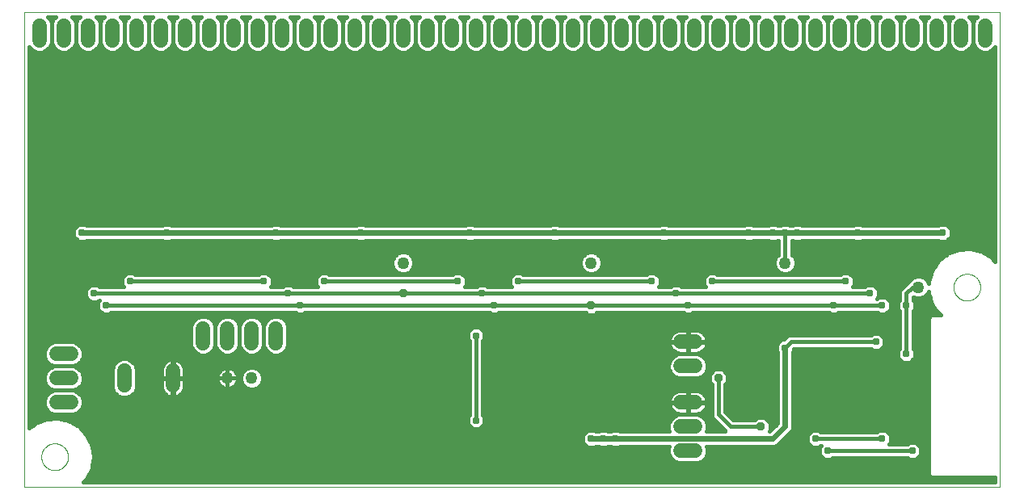
<source format=gbl>
G75*
%MOIN*%
%OFA0B0*%
%FSLAX25Y25*%
%IPPOS*%
%LPD*%
%AMOC8*
5,1,8,0,0,1.08239X$1,22.5*
%
%ADD10C,0.00000*%
%ADD11C,0.06000*%
%ADD12C,0.05000*%
%ADD13C,0.01600*%
%ADD14OC8,0.02953*%
%ADD15OC8,0.03543*%
%ADD16C,0.02400*%
D10*
X0005550Y0006800D02*
X0005550Y0203001D01*
X0407971Y0203001D01*
X0407971Y0006800D01*
X0005550Y0006800D01*
X0012538Y0019300D02*
X0012540Y0019448D01*
X0012546Y0019596D01*
X0012556Y0019744D01*
X0012570Y0019891D01*
X0012588Y0020038D01*
X0012609Y0020184D01*
X0012635Y0020330D01*
X0012665Y0020475D01*
X0012698Y0020619D01*
X0012736Y0020762D01*
X0012777Y0020904D01*
X0012822Y0021045D01*
X0012870Y0021185D01*
X0012923Y0021324D01*
X0012979Y0021461D01*
X0013039Y0021596D01*
X0013102Y0021730D01*
X0013169Y0021862D01*
X0013240Y0021992D01*
X0013314Y0022120D01*
X0013391Y0022246D01*
X0013472Y0022370D01*
X0013556Y0022492D01*
X0013643Y0022611D01*
X0013734Y0022728D01*
X0013828Y0022843D01*
X0013924Y0022955D01*
X0014024Y0023065D01*
X0014126Y0023171D01*
X0014232Y0023275D01*
X0014340Y0023376D01*
X0014451Y0023474D01*
X0014564Y0023570D01*
X0014680Y0023662D01*
X0014798Y0023751D01*
X0014919Y0023836D01*
X0015042Y0023919D01*
X0015167Y0023998D01*
X0015294Y0024074D01*
X0015423Y0024146D01*
X0015554Y0024215D01*
X0015687Y0024280D01*
X0015822Y0024341D01*
X0015958Y0024399D01*
X0016095Y0024454D01*
X0016234Y0024504D01*
X0016375Y0024551D01*
X0016516Y0024594D01*
X0016659Y0024634D01*
X0016803Y0024669D01*
X0016947Y0024701D01*
X0017093Y0024728D01*
X0017239Y0024752D01*
X0017386Y0024772D01*
X0017533Y0024788D01*
X0017680Y0024800D01*
X0017828Y0024808D01*
X0017976Y0024812D01*
X0018124Y0024812D01*
X0018272Y0024808D01*
X0018420Y0024800D01*
X0018567Y0024788D01*
X0018714Y0024772D01*
X0018861Y0024752D01*
X0019007Y0024728D01*
X0019153Y0024701D01*
X0019297Y0024669D01*
X0019441Y0024634D01*
X0019584Y0024594D01*
X0019725Y0024551D01*
X0019866Y0024504D01*
X0020005Y0024454D01*
X0020142Y0024399D01*
X0020278Y0024341D01*
X0020413Y0024280D01*
X0020546Y0024215D01*
X0020677Y0024146D01*
X0020806Y0024074D01*
X0020933Y0023998D01*
X0021058Y0023919D01*
X0021181Y0023836D01*
X0021302Y0023751D01*
X0021420Y0023662D01*
X0021536Y0023570D01*
X0021649Y0023474D01*
X0021760Y0023376D01*
X0021868Y0023275D01*
X0021974Y0023171D01*
X0022076Y0023065D01*
X0022176Y0022955D01*
X0022272Y0022843D01*
X0022366Y0022728D01*
X0022457Y0022611D01*
X0022544Y0022492D01*
X0022628Y0022370D01*
X0022709Y0022246D01*
X0022786Y0022120D01*
X0022860Y0021992D01*
X0022931Y0021862D01*
X0022998Y0021730D01*
X0023061Y0021596D01*
X0023121Y0021461D01*
X0023177Y0021324D01*
X0023230Y0021185D01*
X0023278Y0021045D01*
X0023323Y0020904D01*
X0023364Y0020762D01*
X0023402Y0020619D01*
X0023435Y0020475D01*
X0023465Y0020330D01*
X0023491Y0020184D01*
X0023512Y0020038D01*
X0023530Y0019891D01*
X0023544Y0019744D01*
X0023554Y0019596D01*
X0023560Y0019448D01*
X0023562Y0019300D01*
X0023560Y0019152D01*
X0023554Y0019004D01*
X0023544Y0018856D01*
X0023530Y0018709D01*
X0023512Y0018562D01*
X0023491Y0018416D01*
X0023465Y0018270D01*
X0023435Y0018125D01*
X0023402Y0017981D01*
X0023364Y0017838D01*
X0023323Y0017696D01*
X0023278Y0017555D01*
X0023230Y0017415D01*
X0023177Y0017276D01*
X0023121Y0017139D01*
X0023061Y0017004D01*
X0022998Y0016870D01*
X0022931Y0016738D01*
X0022860Y0016608D01*
X0022786Y0016480D01*
X0022709Y0016354D01*
X0022628Y0016230D01*
X0022544Y0016108D01*
X0022457Y0015989D01*
X0022366Y0015872D01*
X0022272Y0015757D01*
X0022176Y0015645D01*
X0022076Y0015535D01*
X0021974Y0015429D01*
X0021868Y0015325D01*
X0021760Y0015224D01*
X0021649Y0015126D01*
X0021536Y0015030D01*
X0021420Y0014938D01*
X0021302Y0014849D01*
X0021181Y0014764D01*
X0021058Y0014681D01*
X0020933Y0014602D01*
X0020806Y0014526D01*
X0020677Y0014454D01*
X0020546Y0014385D01*
X0020413Y0014320D01*
X0020278Y0014259D01*
X0020142Y0014201D01*
X0020005Y0014146D01*
X0019866Y0014096D01*
X0019725Y0014049D01*
X0019584Y0014006D01*
X0019441Y0013966D01*
X0019297Y0013931D01*
X0019153Y0013899D01*
X0019007Y0013872D01*
X0018861Y0013848D01*
X0018714Y0013828D01*
X0018567Y0013812D01*
X0018420Y0013800D01*
X0018272Y0013792D01*
X0018124Y0013788D01*
X0017976Y0013788D01*
X0017828Y0013792D01*
X0017680Y0013800D01*
X0017533Y0013812D01*
X0017386Y0013828D01*
X0017239Y0013848D01*
X0017093Y0013872D01*
X0016947Y0013899D01*
X0016803Y0013931D01*
X0016659Y0013966D01*
X0016516Y0014006D01*
X0016375Y0014049D01*
X0016234Y0014096D01*
X0016095Y0014146D01*
X0015958Y0014201D01*
X0015822Y0014259D01*
X0015687Y0014320D01*
X0015554Y0014385D01*
X0015423Y0014454D01*
X0015294Y0014526D01*
X0015167Y0014602D01*
X0015042Y0014681D01*
X0014919Y0014764D01*
X0014798Y0014849D01*
X0014680Y0014938D01*
X0014564Y0015030D01*
X0014451Y0015126D01*
X0014340Y0015224D01*
X0014232Y0015325D01*
X0014126Y0015429D01*
X0014024Y0015535D01*
X0013924Y0015645D01*
X0013828Y0015757D01*
X0013734Y0015872D01*
X0013643Y0015989D01*
X0013556Y0016108D01*
X0013472Y0016230D01*
X0013391Y0016354D01*
X0013314Y0016480D01*
X0013240Y0016608D01*
X0013169Y0016738D01*
X0013102Y0016870D01*
X0013039Y0017004D01*
X0012979Y0017139D01*
X0012923Y0017276D01*
X0012870Y0017415D01*
X0012822Y0017555D01*
X0012777Y0017696D01*
X0012736Y0017838D01*
X0012698Y0017981D01*
X0012665Y0018125D01*
X0012635Y0018270D01*
X0012609Y0018416D01*
X0012588Y0018562D01*
X0012570Y0018709D01*
X0012556Y0018856D01*
X0012546Y0019004D01*
X0012540Y0019152D01*
X0012538Y0019300D01*
X0388788Y0089300D02*
X0388790Y0089448D01*
X0388796Y0089596D01*
X0388806Y0089744D01*
X0388820Y0089891D01*
X0388838Y0090038D01*
X0388859Y0090184D01*
X0388885Y0090330D01*
X0388915Y0090475D01*
X0388948Y0090619D01*
X0388986Y0090762D01*
X0389027Y0090904D01*
X0389072Y0091045D01*
X0389120Y0091185D01*
X0389173Y0091324D01*
X0389229Y0091461D01*
X0389289Y0091596D01*
X0389352Y0091730D01*
X0389419Y0091862D01*
X0389490Y0091992D01*
X0389564Y0092120D01*
X0389641Y0092246D01*
X0389722Y0092370D01*
X0389806Y0092492D01*
X0389893Y0092611D01*
X0389984Y0092728D01*
X0390078Y0092843D01*
X0390174Y0092955D01*
X0390274Y0093065D01*
X0390376Y0093171D01*
X0390482Y0093275D01*
X0390590Y0093376D01*
X0390701Y0093474D01*
X0390814Y0093570D01*
X0390930Y0093662D01*
X0391048Y0093751D01*
X0391169Y0093836D01*
X0391292Y0093919D01*
X0391417Y0093998D01*
X0391544Y0094074D01*
X0391673Y0094146D01*
X0391804Y0094215D01*
X0391937Y0094280D01*
X0392072Y0094341D01*
X0392208Y0094399D01*
X0392345Y0094454D01*
X0392484Y0094504D01*
X0392625Y0094551D01*
X0392766Y0094594D01*
X0392909Y0094634D01*
X0393053Y0094669D01*
X0393197Y0094701D01*
X0393343Y0094728D01*
X0393489Y0094752D01*
X0393636Y0094772D01*
X0393783Y0094788D01*
X0393930Y0094800D01*
X0394078Y0094808D01*
X0394226Y0094812D01*
X0394374Y0094812D01*
X0394522Y0094808D01*
X0394670Y0094800D01*
X0394817Y0094788D01*
X0394964Y0094772D01*
X0395111Y0094752D01*
X0395257Y0094728D01*
X0395403Y0094701D01*
X0395547Y0094669D01*
X0395691Y0094634D01*
X0395834Y0094594D01*
X0395975Y0094551D01*
X0396116Y0094504D01*
X0396255Y0094454D01*
X0396392Y0094399D01*
X0396528Y0094341D01*
X0396663Y0094280D01*
X0396796Y0094215D01*
X0396927Y0094146D01*
X0397056Y0094074D01*
X0397183Y0093998D01*
X0397308Y0093919D01*
X0397431Y0093836D01*
X0397552Y0093751D01*
X0397670Y0093662D01*
X0397786Y0093570D01*
X0397899Y0093474D01*
X0398010Y0093376D01*
X0398118Y0093275D01*
X0398224Y0093171D01*
X0398326Y0093065D01*
X0398426Y0092955D01*
X0398522Y0092843D01*
X0398616Y0092728D01*
X0398707Y0092611D01*
X0398794Y0092492D01*
X0398878Y0092370D01*
X0398959Y0092246D01*
X0399036Y0092120D01*
X0399110Y0091992D01*
X0399181Y0091862D01*
X0399248Y0091730D01*
X0399311Y0091596D01*
X0399371Y0091461D01*
X0399427Y0091324D01*
X0399480Y0091185D01*
X0399528Y0091045D01*
X0399573Y0090904D01*
X0399614Y0090762D01*
X0399652Y0090619D01*
X0399685Y0090475D01*
X0399715Y0090330D01*
X0399741Y0090184D01*
X0399762Y0090038D01*
X0399780Y0089891D01*
X0399794Y0089744D01*
X0399804Y0089596D01*
X0399810Y0089448D01*
X0399812Y0089300D01*
X0399810Y0089152D01*
X0399804Y0089004D01*
X0399794Y0088856D01*
X0399780Y0088709D01*
X0399762Y0088562D01*
X0399741Y0088416D01*
X0399715Y0088270D01*
X0399685Y0088125D01*
X0399652Y0087981D01*
X0399614Y0087838D01*
X0399573Y0087696D01*
X0399528Y0087555D01*
X0399480Y0087415D01*
X0399427Y0087276D01*
X0399371Y0087139D01*
X0399311Y0087004D01*
X0399248Y0086870D01*
X0399181Y0086738D01*
X0399110Y0086608D01*
X0399036Y0086480D01*
X0398959Y0086354D01*
X0398878Y0086230D01*
X0398794Y0086108D01*
X0398707Y0085989D01*
X0398616Y0085872D01*
X0398522Y0085757D01*
X0398426Y0085645D01*
X0398326Y0085535D01*
X0398224Y0085429D01*
X0398118Y0085325D01*
X0398010Y0085224D01*
X0397899Y0085126D01*
X0397786Y0085030D01*
X0397670Y0084938D01*
X0397552Y0084849D01*
X0397431Y0084764D01*
X0397308Y0084681D01*
X0397183Y0084602D01*
X0397056Y0084526D01*
X0396927Y0084454D01*
X0396796Y0084385D01*
X0396663Y0084320D01*
X0396528Y0084259D01*
X0396392Y0084201D01*
X0396255Y0084146D01*
X0396116Y0084096D01*
X0395975Y0084049D01*
X0395834Y0084006D01*
X0395691Y0083966D01*
X0395547Y0083931D01*
X0395403Y0083899D01*
X0395257Y0083872D01*
X0395111Y0083848D01*
X0394964Y0083828D01*
X0394817Y0083812D01*
X0394670Y0083800D01*
X0394522Y0083792D01*
X0394374Y0083788D01*
X0394226Y0083788D01*
X0394078Y0083792D01*
X0393930Y0083800D01*
X0393783Y0083812D01*
X0393636Y0083828D01*
X0393489Y0083848D01*
X0393343Y0083872D01*
X0393197Y0083899D01*
X0393053Y0083931D01*
X0392909Y0083966D01*
X0392766Y0084006D01*
X0392625Y0084049D01*
X0392484Y0084096D01*
X0392345Y0084146D01*
X0392208Y0084201D01*
X0392072Y0084259D01*
X0391937Y0084320D01*
X0391804Y0084385D01*
X0391673Y0084454D01*
X0391544Y0084526D01*
X0391417Y0084602D01*
X0391292Y0084681D01*
X0391169Y0084764D01*
X0391048Y0084849D01*
X0390930Y0084938D01*
X0390814Y0085030D01*
X0390701Y0085126D01*
X0390590Y0085224D01*
X0390482Y0085325D01*
X0390376Y0085429D01*
X0390274Y0085535D01*
X0390174Y0085645D01*
X0390078Y0085757D01*
X0389984Y0085872D01*
X0389893Y0085989D01*
X0389806Y0086108D01*
X0389722Y0086230D01*
X0389641Y0086354D01*
X0389564Y0086480D01*
X0389490Y0086608D01*
X0389419Y0086738D01*
X0389352Y0086870D01*
X0389289Y0087004D01*
X0389229Y0087139D01*
X0389173Y0087276D01*
X0389120Y0087415D01*
X0389072Y0087555D01*
X0389027Y0087696D01*
X0388986Y0087838D01*
X0388948Y0087981D01*
X0388915Y0088125D01*
X0388885Y0088270D01*
X0388859Y0088416D01*
X0388838Y0088562D01*
X0388820Y0088709D01*
X0388806Y0088856D01*
X0388796Y0089004D01*
X0388790Y0089152D01*
X0388788Y0089300D01*
D11*
X0282300Y0066800D02*
X0276300Y0066800D01*
X0276300Y0056800D02*
X0282300Y0056800D01*
X0282300Y0041800D02*
X0276300Y0041800D01*
X0276300Y0031800D02*
X0282300Y0031800D01*
X0282300Y0021800D02*
X0276300Y0021800D01*
X0109300Y0066300D02*
X0109300Y0072300D01*
X0099300Y0072300D02*
X0099300Y0066300D01*
X0089300Y0066300D02*
X0089300Y0072300D01*
X0079300Y0072300D02*
X0079300Y0066300D01*
X0066800Y0054800D02*
X0066800Y0048800D01*
X0046800Y0048800D02*
X0046800Y0054800D01*
X0024800Y0051800D02*
X0018800Y0051800D01*
X0018800Y0041800D02*
X0024800Y0041800D01*
X0024800Y0061800D02*
X0018800Y0061800D01*
X0021800Y0191300D02*
X0021800Y0197300D01*
X0031800Y0197300D02*
X0031800Y0191300D01*
X0041800Y0191300D02*
X0041800Y0197300D01*
X0051800Y0197300D02*
X0051800Y0191300D01*
X0061800Y0191300D02*
X0061800Y0197300D01*
X0071800Y0197300D02*
X0071800Y0191300D01*
X0081800Y0191300D02*
X0081800Y0197300D01*
X0091800Y0197300D02*
X0091800Y0191300D01*
X0101800Y0191300D02*
X0101800Y0197300D01*
X0111800Y0197300D02*
X0111800Y0191300D01*
X0121800Y0191300D02*
X0121800Y0197300D01*
X0131800Y0197300D02*
X0131800Y0191300D01*
X0141800Y0191300D02*
X0141800Y0197300D01*
X0151800Y0197300D02*
X0151800Y0191300D01*
X0161800Y0191300D02*
X0161800Y0197300D01*
X0171800Y0197300D02*
X0171800Y0191300D01*
X0181800Y0191300D02*
X0181800Y0197300D01*
X0191800Y0197300D02*
X0191800Y0191300D01*
X0201800Y0191300D02*
X0201800Y0197300D01*
X0211800Y0197300D02*
X0211800Y0191300D01*
X0221800Y0191300D02*
X0221800Y0197300D01*
X0231800Y0197300D02*
X0231800Y0191300D01*
X0241800Y0191300D02*
X0241800Y0197300D01*
X0251800Y0197300D02*
X0251800Y0191300D01*
X0261800Y0191300D02*
X0261800Y0197300D01*
X0271800Y0197300D02*
X0271800Y0191300D01*
X0281800Y0191300D02*
X0281800Y0197300D01*
X0291800Y0197300D02*
X0291800Y0191300D01*
X0301800Y0191300D02*
X0301800Y0197300D01*
X0311800Y0197300D02*
X0311800Y0191300D01*
X0321800Y0191300D02*
X0321800Y0197300D01*
X0331800Y0197300D02*
X0331800Y0191300D01*
X0341800Y0191300D02*
X0341800Y0197300D01*
X0351800Y0197300D02*
X0351800Y0191300D01*
X0361800Y0191300D02*
X0361800Y0197300D01*
X0371800Y0197300D02*
X0371800Y0191300D01*
X0381800Y0191300D02*
X0381800Y0197300D01*
X0391800Y0197300D02*
X0391800Y0191300D01*
X0401800Y0191300D02*
X0401800Y0197300D01*
X0011800Y0197300D02*
X0011800Y0191300D01*
D12*
X0161800Y0099300D03*
X0239300Y0099300D03*
X0319300Y0099300D03*
X0374300Y0089300D03*
X0099300Y0051800D03*
X0089300Y0051800D03*
D13*
X0093600Y0051800D01*
X0093600Y0052138D01*
X0093494Y0052807D01*
X0093285Y0053451D01*
X0092978Y0054054D01*
X0092580Y0054601D01*
X0092101Y0055080D01*
X0091554Y0055478D01*
X0090951Y0055785D01*
X0090307Y0055994D01*
X0089638Y0056100D01*
X0089300Y0056100D01*
X0089300Y0051800D01*
X0089300Y0051800D01*
X0089300Y0051800D01*
X0093600Y0051800D01*
X0093600Y0051462D01*
X0093494Y0050793D01*
X0093285Y0050149D01*
X0092978Y0049546D01*
X0092580Y0048999D01*
X0092101Y0048520D01*
X0091554Y0048122D01*
X0090951Y0047815D01*
X0090307Y0047606D01*
X0089638Y0047500D01*
X0089300Y0047500D01*
X0089300Y0051800D01*
X0089300Y0051800D01*
X0089300Y0051800D01*
X0085000Y0051800D01*
X0085000Y0052138D01*
X0085106Y0052807D01*
X0085315Y0053451D01*
X0085622Y0054054D01*
X0086020Y0054601D01*
X0086499Y0055080D01*
X0087046Y0055478D01*
X0087649Y0055785D01*
X0088293Y0055994D01*
X0088962Y0056100D01*
X0089300Y0056100D01*
X0089300Y0051800D01*
X0089300Y0047500D01*
X0088962Y0047500D01*
X0088293Y0047606D01*
X0087649Y0047815D01*
X0087046Y0048122D01*
X0086499Y0048520D01*
X0086020Y0048999D01*
X0085622Y0049546D01*
X0085315Y0050149D01*
X0085106Y0050793D01*
X0085000Y0051462D01*
X0085000Y0051800D01*
X0089300Y0051800D01*
X0089300Y0051558D02*
X0089300Y0051558D01*
X0089300Y0049960D02*
X0089300Y0049960D01*
X0089300Y0048361D02*
X0089300Y0048361D01*
X0091883Y0048361D02*
X0096375Y0048361D01*
X0096751Y0047985D02*
X0098405Y0047300D01*
X0100195Y0047300D01*
X0101849Y0047985D01*
X0103115Y0049251D01*
X0103800Y0050905D01*
X0103800Y0052695D01*
X0103115Y0054349D01*
X0101849Y0055615D01*
X0100195Y0056300D01*
X0098405Y0056300D01*
X0096751Y0055615D01*
X0095485Y0054349D01*
X0094800Y0052695D01*
X0094800Y0050905D01*
X0095485Y0049251D01*
X0096751Y0047985D01*
X0095191Y0049960D02*
X0093188Y0049960D01*
X0093600Y0051558D02*
X0094800Y0051558D01*
X0094991Y0053157D02*
X0093380Y0053157D01*
X0092426Y0054755D02*
X0095891Y0054755D01*
X0102709Y0054755D02*
X0189000Y0054755D01*
X0189000Y0053157D02*
X0103609Y0053157D01*
X0103800Y0051558D02*
X0189000Y0051558D01*
X0189000Y0049960D02*
X0103409Y0049960D01*
X0102225Y0048361D02*
X0189000Y0048361D01*
X0189000Y0046763D02*
X0071149Y0046763D01*
X0071248Y0046957D02*
X0071482Y0047676D01*
X0071600Y0048422D01*
X0071600Y0051600D01*
X0067000Y0051600D01*
X0067000Y0052000D01*
X0071600Y0052000D01*
X0071600Y0055178D01*
X0071482Y0055924D01*
X0071248Y0056643D01*
X0070905Y0057316D01*
X0070461Y0057927D01*
X0069927Y0058461D01*
X0069316Y0058905D01*
X0068643Y0059248D01*
X0067924Y0059482D01*
X0067178Y0059600D01*
X0067000Y0059600D01*
X0067000Y0052000D01*
X0066600Y0052000D01*
X0066600Y0059600D01*
X0066422Y0059600D01*
X0065676Y0059482D01*
X0064957Y0059248D01*
X0064284Y0058905D01*
X0063673Y0058461D01*
X0063139Y0057927D01*
X0062695Y0057316D01*
X0062352Y0056643D01*
X0062118Y0055924D01*
X0062000Y0055178D01*
X0062000Y0052000D01*
X0066600Y0052000D01*
X0066600Y0051600D01*
X0067000Y0051600D01*
X0067000Y0044000D01*
X0067178Y0044000D01*
X0067924Y0044118D01*
X0068643Y0044352D01*
X0069316Y0044695D01*
X0069927Y0045139D01*
X0070461Y0045673D01*
X0070905Y0046284D01*
X0071248Y0046957D01*
X0071590Y0048361D02*
X0086717Y0048361D01*
X0085412Y0049960D02*
X0071600Y0049960D01*
X0071600Y0051558D02*
X0085000Y0051558D01*
X0085220Y0053157D02*
X0071600Y0053157D01*
X0071600Y0054755D02*
X0086174Y0054755D01*
X0089300Y0054755D02*
X0089300Y0054755D01*
X0089300Y0053157D02*
X0089300Y0053157D01*
X0088305Y0061300D02*
X0086468Y0062061D01*
X0085061Y0063468D01*
X0084300Y0065305D01*
X0084300Y0073295D01*
X0083539Y0075132D01*
X0082132Y0076539D01*
X0080295Y0077300D01*
X0078305Y0077300D01*
X0076468Y0076539D01*
X0075061Y0075132D01*
X0074300Y0073295D01*
X0074300Y0065305D01*
X0075061Y0063468D01*
X0076468Y0062061D01*
X0078305Y0061300D01*
X0080295Y0061300D01*
X0082132Y0062061D01*
X0083539Y0063468D01*
X0084300Y0065305D01*
X0084300Y0073295D01*
X0085061Y0075132D01*
X0086468Y0076539D01*
X0088305Y0077300D01*
X0090295Y0077300D01*
X0092132Y0076539D01*
X0093539Y0075132D01*
X0094300Y0073295D01*
X0094300Y0065305D01*
X0093539Y0063468D01*
X0092132Y0062061D01*
X0090295Y0061300D01*
X0088305Y0061300D01*
X0085781Y0062748D02*
X0082819Y0062748D01*
X0083903Y0064346D02*
X0084697Y0064346D01*
X0084300Y0065945D02*
X0084300Y0065945D01*
X0084300Y0067543D02*
X0084300Y0067543D01*
X0084300Y0069142D02*
X0084300Y0069142D01*
X0084300Y0070740D02*
X0084300Y0070740D01*
X0084300Y0072339D02*
X0084300Y0072339D01*
X0084034Y0073937D02*
X0084566Y0073937D01*
X0085465Y0075536D02*
X0083135Y0075536D01*
X0080694Y0077134D02*
X0087906Y0077134D01*
X0090694Y0077134D02*
X0097906Y0077134D01*
X0098305Y0077300D02*
X0096468Y0076539D01*
X0095061Y0075132D01*
X0094300Y0073295D01*
X0094300Y0065305D01*
X0095061Y0063468D01*
X0096468Y0062061D01*
X0098305Y0061300D01*
X0100295Y0061300D01*
X0102132Y0062061D01*
X0103539Y0063468D01*
X0104300Y0065305D01*
X0104300Y0073295D01*
X0103539Y0075132D01*
X0102132Y0076539D01*
X0100295Y0077300D01*
X0098305Y0077300D01*
X0100694Y0077134D02*
X0107906Y0077134D01*
X0108305Y0077300D02*
X0106468Y0076539D01*
X0105061Y0075132D01*
X0104300Y0073295D01*
X0104300Y0065305D01*
X0105061Y0063468D01*
X0106468Y0062061D01*
X0108305Y0061300D01*
X0110295Y0061300D01*
X0112132Y0062061D01*
X0113539Y0063468D01*
X0114300Y0065305D01*
X0114300Y0073295D01*
X0113539Y0075132D01*
X0112132Y0076539D01*
X0110295Y0077300D01*
X0108305Y0077300D01*
X0110694Y0077134D02*
X0366500Y0077134D01*
X0366500Y0075536D02*
X0113135Y0075536D01*
X0114034Y0073937D02*
X0366500Y0073937D01*
X0366500Y0072339D02*
X0193677Y0072339D01*
X0193240Y0072776D02*
X0190360Y0072776D01*
X0188324Y0070740D01*
X0188324Y0067860D01*
X0189000Y0067184D01*
X0189000Y0036416D01*
X0188324Y0035740D01*
X0188324Y0032860D01*
X0190360Y0030824D01*
X0193240Y0030824D01*
X0195276Y0032860D01*
X0195276Y0035740D01*
X0194600Y0036416D01*
X0194600Y0067184D01*
X0195276Y0067860D01*
X0195276Y0070740D01*
X0193240Y0072776D01*
X0195276Y0070740D02*
X0273557Y0070740D01*
X0273784Y0070905D02*
X0273173Y0070461D01*
X0272639Y0069927D01*
X0272195Y0069316D01*
X0271852Y0068643D01*
X0271618Y0067924D01*
X0271500Y0067178D01*
X0271500Y0067000D01*
X0279100Y0067000D01*
X0279100Y0071600D01*
X0275922Y0071600D01*
X0275176Y0071482D01*
X0274457Y0071248D01*
X0273784Y0070905D01*
X0272106Y0069142D02*
X0195276Y0069142D01*
X0194960Y0067543D02*
X0271558Y0067543D01*
X0271500Y0066600D02*
X0271500Y0066422D01*
X0271618Y0065676D01*
X0271852Y0064957D01*
X0272195Y0064284D01*
X0272639Y0063673D01*
X0273173Y0063139D01*
X0273784Y0062695D01*
X0274457Y0062352D01*
X0275176Y0062118D01*
X0275922Y0062000D01*
X0279100Y0062000D01*
X0279100Y0066600D01*
X0279500Y0066600D01*
X0279500Y0067000D01*
X0279100Y0067000D01*
X0279100Y0066600D01*
X0271500Y0066600D01*
X0271576Y0065945D02*
X0194600Y0065945D01*
X0194600Y0064346D02*
X0272163Y0064346D01*
X0273711Y0062748D02*
X0194600Y0062748D01*
X0194600Y0061149D02*
X0273735Y0061149D01*
X0273468Y0061039D02*
X0272061Y0059632D01*
X0271300Y0057795D01*
X0271300Y0055805D01*
X0272061Y0053968D01*
X0273468Y0052561D01*
X0275305Y0051800D01*
X0283295Y0051800D01*
X0285132Y0052561D01*
X0286539Y0053968D01*
X0287300Y0055805D01*
X0287300Y0057795D01*
X0286539Y0059632D01*
X0285132Y0061039D01*
X0283295Y0061800D01*
X0275305Y0061800D01*
X0273468Y0061039D01*
X0272027Y0059551D02*
X0194600Y0059551D01*
X0194600Y0057952D02*
X0271365Y0057952D01*
X0271300Y0056354D02*
X0194600Y0056354D01*
X0194600Y0054755D02*
X0271735Y0054755D01*
X0272872Y0053157D02*
X0194600Y0053157D01*
X0194600Y0051558D02*
X0288028Y0051558D01*
X0288028Y0050238D02*
X0289000Y0049266D01*
X0289000Y0036243D01*
X0289426Y0035214D01*
X0294426Y0030214D01*
X0294640Y0030000D01*
X0286966Y0030000D01*
X0287300Y0030805D01*
X0287300Y0032795D01*
X0286539Y0034632D01*
X0285132Y0036039D01*
X0283295Y0036800D01*
X0275305Y0036800D01*
X0273468Y0036039D01*
X0272061Y0034632D01*
X0271300Y0032795D01*
X0271300Y0030805D01*
X0271634Y0030000D01*
X0251016Y0030000D01*
X0250740Y0030276D01*
X0247860Y0030276D01*
X0247584Y0030000D01*
X0246016Y0030000D01*
X0245740Y0030276D01*
X0242860Y0030276D01*
X0242584Y0030000D01*
X0241016Y0030000D01*
X0240740Y0030276D01*
X0237860Y0030276D01*
X0235824Y0028240D01*
X0235824Y0025360D01*
X0237860Y0023324D01*
X0240740Y0023324D01*
X0241016Y0023600D01*
X0242584Y0023600D01*
X0242860Y0023324D01*
X0245740Y0023324D01*
X0246016Y0023600D01*
X0247584Y0023600D01*
X0247860Y0023324D01*
X0250740Y0023324D01*
X0251016Y0023600D01*
X0271634Y0023600D01*
X0271300Y0022795D01*
X0271300Y0020805D01*
X0272061Y0018968D01*
X0273468Y0017561D01*
X0275305Y0016800D01*
X0283295Y0016800D01*
X0285132Y0017561D01*
X0286539Y0018968D01*
X0287300Y0020805D01*
X0287300Y0022795D01*
X0286966Y0023600D01*
X0314937Y0023600D01*
X0316113Y0024087D01*
X0321113Y0029087D01*
X0322013Y0029987D01*
X0322500Y0031163D01*
X0322500Y0062584D01*
X0322776Y0062860D01*
X0322776Y0063817D01*
X0322960Y0064000D01*
X0354684Y0064000D01*
X0355360Y0063324D01*
X0358240Y0063324D01*
X0360276Y0065360D01*
X0360276Y0068240D01*
X0358240Y0070276D01*
X0355360Y0070276D01*
X0354684Y0069600D01*
X0321243Y0069600D01*
X0320214Y0069174D01*
X0318817Y0067776D01*
X0317860Y0067776D01*
X0315824Y0065740D01*
X0315824Y0062860D01*
X0316100Y0062584D01*
X0316100Y0033125D01*
X0312975Y0030000D01*
X0312834Y0030000D01*
X0313072Y0030238D01*
X0313072Y0033362D01*
X0310862Y0035572D01*
X0307738Y0035572D01*
X0306766Y0034600D01*
X0297960Y0034600D01*
X0294600Y0037960D01*
X0294600Y0049266D01*
X0295572Y0050238D01*
X0295572Y0053362D01*
X0293362Y0055572D01*
X0290238Y0055572D01*
X0288028Y0053362D01*
X0288028Y0050238D01*
X0288306Y0049960D02*
X0194600Y0049960D01*
X0194600Y0048361D02*
X0289000Y0048361D01*
X0289000Y0046763D02*
X0194600Y0046763D01*
X0194600Y0045164D02*
X0272876Y0045164D01*
X0272639Y0044927D02*
X0272195Y0044316D01*
X0271852Y0043643D01*
X0271618Y0042924D01*
X0271500Y0042178D01*
X0271500Y0042000D01*
X0279100Y0042000D01*
X0279100Y0046600D01*
X0275922Y0046600D01*
X0275176Y0046482D01*
X0274457Y0046248D01*
X0273784Y0045905D01*
X0273173Y0045461D01*
X0272639Y0044927D01*
X0271827Y0043566D02*
X0194600Y0043566D01*
X0194600Y0041967D02*
X0279100Y0041967D01*
X0279100Y0042000D02*
X0279100Y0041600D01*
X0279500Y0041600D01*
X0279500Y0042000D01*
X0279100Y0042000D01*
X0279500Y0042000D02*
X0279500Y0046600D01*
X0282678Y0046600D01*
X0283424Y0046482D01*
X0284143Y0046248D01*
X0284816Y0045905D01*
X0285427Y0045461D01*
X0285961Y0044927D01*
X0286405Y0044316D01*
X0286748Y0043643D01*
X0286982Y0042924D01*
X0287100Y0042178D01*
X0287100Y0042000D01*
X0279500Y0042000D01*
X0279500Y0041967D02*
X0289000Y0041967D01*
X0289000Y0040369D02*
X0286882Y0040369D01*
X0286982Y0040676D02*
X0287100Y0041422D01*
X0287100Y0041600D01*
X0279500Y0041600D01*
X0279500Y0037000D01*
X0282678Y0037000D01*
X0283424Y0037118D01*
X0284143Y0037352D01*
X0284816Y0037695D01*
X0285427Y0038139D01*
X0285961Y0038673D01*
X0286405Y0039284D01*
X0286748Y0039957D01*
X0286982Y0040676D01*
X0286032Y0038770D02*
X0289000Y0038770D01*
X0289000Y0037172D02*
X0283589Y0037172D01*
X0285598Y0035573D02*
X0289277Y0035573D01*
X0290666Y0033975D02*
X0286811Y0033975D01*
X0287300Y0032376D02*
X0292264Y0032376D01*
X0293863Y0030778D02*
X0287288Y0030778D01*
X0291800Y0036800D02*
X0296800Y0031800D01*
X0309300Y0031800D01*
X0313072Y0032376D02*
X0315351Y0032376D01*
X0316100Y0033975D02*
X0312459Y0033975D01*
X0316100Y0035573D02*
X0296987Y0035573D01*
X0295388Y0037172D02*
X0316100Y0037172D01*
X0316100Y0038770D02*
X0294600Y0038770D01*
X0294600Y0040369D02*
X0316100Y0040369D01*
X0316100Y0041967D02*
X0294600Y0041967D01*
X0294600Y0043566D02*
X0316100Y0043566D01*
X0316100Y0045164D02*
X0294600Y0045164D01*
X0294600Y0046763D02*
X0316100Y0046763D01*
X0316100Y0048361D02*
X0294600Y0048361D01*
X0295294Y0049960D02*
X0316100Y0049960D01*
X0316100Y0051558D02*
X0295572Y0051558D01*
X0295572Y0053157D02*
X0316100Y0053157D01*
X0316100Y0054755D02*
X0294179Y0054755D01*
X0291800Y0051800D02*
X0291800Y0036800D01*
X0289000Y0043566D02*
X0286773Y0043566D01*
X0285724Y0045164D02*
X0289000Y0045164D01*
X0279500Y0045164D02*
X0279100Y0045164D01*
X0279100Y0043566D02*
X0279500Y0043566D01*
X0279100Y0041600D02*
X0271500Y0041600D01*
X0271500Y0041422D01*
X0271618Y0040676D01*
X0271852Y0039957D01*
X0272195Y0039284D01*
X0272639Y0038673D01*
X0273173Y0038139D01*
X0273784Y0037695D01*
X0274457Y0037352D01*
X0275176Y0037118D01*
X0275922Y0037000D01*
X0279100Y0037000D01*
X0279100Y0041600D01*
X0279100Y0040369D02*
X0279500Y0040369D01*
X0279500Y0038770D02*
X0279100Y0038770D01*
X0279100Y0037172D02*
X0279500Y0037172D01*
X0275011Y0037172D02*
X0194600Y0037172D01*
X0194600Y0038770D02*
X0272568Y0038770D01*
X0271718Y0040369D02*
X0194600Y0040369D01*
X0195276Y0035573D02*
X0273002Y0035573D01*
X0271789Y0033975D02*
X0195276Y0033975D01*
X0194793Y0032376D02*
X0271300Y0032376D01*
X0271311Y0030778D02*
X0028983Y0030778D01*
X0028026Y0031809D02*
X0028026Y0031809D01*
X0031270Y0028313D01*
X0031270Y0028313D01*
X0033339Y0024016D01*
X0034050Y0019300D01*
X0034050Y0019300D01*
X0033339Y0014584D01*
X0033339Y0014584D01*
X0031270Y0010287D01*
X0031270Y0010287D01*
X0029890Y0008800D01*
X0405971Y0008800D01*
X0405971Y0010804D01*
X0379594Y0010804D01*
X0378422Y0011976D01*
X0378422Y0076624D01*
X0379594Y0077796D01*
X0383350Y0077796D01*
X0382571Y0078417D01*
X0382571Y0078417D01*
X0379884Y0082358D01*
X0378479Y0086915D01*
X0378479Y0087629D01*
X0378115Y0086751D01*
X0376849Y0085485D01*
X0375195Y0084800D01*
X0373405Y0084800D01*
X0372100Y0085341D01*
X0372100Y0083916D01*
X0372776Y0083240D01*
X0372776Y0080360D01*
X0372100Y0079684D01*
X0372100Y0063916D01*
X0372776Y0063240D01*
X0372776Y0060360D01*
X0370740Y0058324D01*
X0367860Y0058324D01*
X0365824Y0060360D01*
X0365824Y0063240D01*
X0366500Y0063916D01*
X0366500Y0079684D01*
X0365824Y0080360D01*
X0365824Y0083240D01*
X0366500Y0083916D01*
X0366500Y0087357D01*
X0366926Y0088386D01*
X0370214Y0091674D01*
X0370454Y0091773D01*
X0370485Y0091849D01*
X0371751Y0093115D01*
X0373405Y0093800D01*
X0375195Y0093800D01*
X0376849Y0093115D01*
X0378115Y0091849D01*
X0378479Y0090971D01*
X0378479Y0091685D01*
X0379884Y0096242D01*
X0379884Y0096242D01*
X0382571Y0100183D01*
X0382571Y0100183D01*
X0386300Y0103156D01*
X0386300Y0103156D01*
X0390740Y0104899D01*
X0390740Y0104899D01*
X0395496Y0105255D01*
X0395496Y0105255D01*
X0400145Y0104194D01*
X0400145Y0104194D01*
X0404276Y0101809D01*
X0404276Y0101809D01*
X0405971Y0099982D01*
X0405971Y0188400D01*
X0404632Y0187061D01*
X0402795Y0186300D01*
X0400805Y0186300D01*
X0398968Y0187061D01*
X0397561Y0188468D01*
X0396800Y0190305D01*
X0396800Y0198295D01*
X0397561Y0200132D01*
X0398430Y0201001D01*
X0395170Y0201001D01*
X0396039Y0200132D01*
X0396800Y0198295D01*
X0396800Y0190305D01*
X0396039Y0188468D01*
X0394632Y0187061D01*
X0392795Y0186300D01*
X0390805Y0186300D01*
X0388968Y0187061D01*
X0387561Y0188468D01*
X0386800Y0190305D01*
X0386800Y0198295D01*
X0387561Y0200132D01*
X0388430Y0201001D01*
X0385170Y0201001D01*
X0386039Y0200132D01*
X0386800Y0198295D01*
X0386800Y0190305D01*
X0386039Y0188468D01*
X0384632Y0187061D01*
X0382795Y0186300D01*
X0380805Y0186300D01*
X0378968Y0187061D01*
X0377561Y0188468D01*
X0376800Y0190305D01*
X0376800Y0198295D01*
X0377561Y0200132D01*
X0378430Y0201001D01*
X0375170Y0201001D01*
X0376039Y0200132D01*
X0376800Y0198295D01*
X0376800Y0190305D01*
X0376039Y0188468D01*
X0374632Y0187061D01*
X0372795Y0186300D01*
X0370805Y0186300D01*
X0368968Y0187061D01*
X0367561Y0188468D01*
X0366800Y0190305D01*
X0366800Y0198295D01*
X0367561Y0200132D01*
X0368430Y0201001D01*
X0365170Y0201001D01*
X0366039Y0200132D01*
X0366800Y0198295D01*
X0366800Y0190305D01*
X0366039Y0188468D01*
X0364632Y0187061D01*
X0362795Y0186300D01*
X0360805Y0186300D01*
X0358968Y0187061D01*
X0357561Y0188468D01*
X0356800Y0190305D01*
X0356800Y0198295D01*
X0357561Y0200132D01*
X0358430Y0201001D01*
X0355170Y0201001D01*
X0356039Y0200132D01*
X0356800Y0198295D01*
X0356800Y0190305D01*
X0356039Y0188468D01*
X0354632Y0187061D01*
X0352795Y0186300D01*
X0350805Y0186300D01*
X0348968Y0187061D01*
X0347561Y0188468D01*
X0346800Y0190305D01*
X0346800Y0198295D01*
X0347561Y0200132D01*
X0348430Y0201001D01*
X0345170Y0201001D01*
X0346039Y0200132D01*
X0346800Y0198295D01*
X0346800Y0190305D01*
X0346039Y0188468D01*
X0344632Y0187061D01*
X0342795Y0186300D01*
X0340805Y0186300D01*
X0338968Y0187061D01*
X0337561Y0188468D01*
X0336800Y0190305D01*
X0336800Y0198295D01*
X0337561Y0200132D01*
X0338430Y0201001D01*
X0335170Y0201001D01*
X0336039Y0200132D01*
X0336800Y0198295D01*
X0336800Y0190305D01*
X0336039Y0188468D01*
X0334632Y0187061D01*
X0332795Y0186300D01*
X0330805Y0186300D01*
X0328968Y0187061D01*
X0327561Y0188468D01*
X0326800Y0190305D01*
X0326800Y0198295D01*
X0327561Y0200132D01*
X0328430Y0201001D01*
X0325170Y0201001D01*
X0326039Y0200132D01*
X0326800Y0198295D01*
X0326800Y0190305D01*
X0326039Y0188468D01*
X0324632Y0187061D01*
X0322795Y0186300D01*
X0320805Y0186300D01*
X0318968Y0187061D01*
X0317561Y0188468D01*
X0316800Y0190305D01*
X0316800Y0198295D01*
X0317561Y0200132D01*
X0318430Y0201001D01*
X0315170Y0201001D01*
X0316039Y0200132D01*
X0316800Y0198295D01*
X0316800Y0190305D01*
X0316039Y0188468D01*
X0314632Y0187061D01*
X0312795Y0186300D01*
X0310805Y0186300D01*
X0308968Y0187061D01*
X0307561Y0188468D01*
X0306800Y0190305D01*
X0306800Y0198295D01*
X0307561Y0200132D01*
X0308430Y0201001D01*
X0305170Y0201001D01*
X0306039Y0200132D01*
X0306800Y0198295D01*
X0306800Y0190305D01*
X0306039Y0188468D01*
X0304632Y0187061D01*
X0302795Y0186300D01*
X0300805Y0186300D01*
X0298968Y0187061D01*
X0297561Y0188468D01*
X0296800Y0190305D01*
X0296800Y0198295D01*
X0297561Y0200132D01*
X0298430Y0201001D01*
X0295170Y0201001D01*
X0296039Y0200132D01*
X0296800Y0198295D01*
X0296800Y0190305D01*
X0296039Y0188468D01*
X0294632Y0187061D01*
X0292795Y0186300D01*
X0290805Y0186300D01*
X0288968Y0187061D01*
X0287561Y0188468D01*
X0286800Y0190305D01*
X0286800Y0198295D01*
X0287561Y0200132D01*
X0288430Y0201001D01*
X0285170Y0201001D01*
X0286039Y0200132D01*
X0286800Y0198295D01*
X0286800Y0190305D01*
X0286039Y0188468D01*
X0284632Y0187061D01*
X0282795Y0186300D01*
X0280805Y0186300D01*
X0278968Y0187061D01*
X0277561Y0188468D01*
X0276800Y0190305D01*
X0276800Y0198295D01*
X0277561Y0200132D01*
X0278430Y0201001D01*
X0275170Y0201001D01*
X0276039Y0200132D01*
X0276800Y0198295D01*
X0276800Y0190305D01*
X0276039Y0188468D01*
X0274632Y0187061D01*
X0272795Y0186300D01*
X0270805Y0186300D01*
X0268968Y0187061D01*
X0267561Y0188468D01*
X0266800Y0190305D01*
X0266800Y0198295D01*
X0267561Y0200132D01*
X0268430Y0201001D01*
X0265170Y0201001D01*
X0266039Y0200132D01*
X0266800Y0198295D01*
X0266800Y0190305D01*
X0266039Y0188468D01*
X0264632Y0187061D01*
X0262795Y0186300D01*
X0260805Y0186300D01*
X0258968Y0187061D01*
X0257561Y0188468D01*
X0256800Y0190305D01*
X0256800Y0198295D01*
X0257561Y0200132D01*
X0258430Y0201001D01*
X0255170Y0201001D01*
X0256039Y0200132D01*
X0256800Y0198295D01*
X0256800Y0190305D01*
X0256039Y0188468D01*
X0254632Y0187061D01*
X0252795Y0186300D01*
X0250805Y0186300D01*
X0248968Y0187061D01*
X0247561Y0188468D01*
X0246800Y0190305D01*
X0246800Y0198295D01*
X0247561Y0200132D01*
X0248430Y0201001D01*
X0245170Y0201001D01*
X0246039Y0200132D01*
X0246800Y0198295D01*
X0246800Y0190305D01*
X0246039Y0188468D01*
X0244632Y0187061D01*
X0242795Y0186300D01*
X0240805Y0186300D01*
X0238968Y0187061D01*
X0237561Y0188468D01*
X0236800Y0190305D01*
X0236800Y0198295D01*
X0237561Y0200132D01*
X0238430Y0201001D01*
X0235170Y0201001D01*
X0236039Y0200132D01*
X0236800Y0198295D01*
X0236800Y0190305D01*
X0236039Y0188468D01*
X0234632Y0187061D01*
X0232795Y0186300D01*
X0230805Y0186300D01*
X0228968Y0187061D01*
X0227561Y0188468D01*
X0226800Y0190305D01*
X0226800Y0198295D01*
X0227561Y0200132D01*
X0228430Y0201001D01*
X0225170Y0201001D01*
X0226039Y0200132D01*
X0226800Y0198295D01*
X0226800Y0190305D01*
X0226039Y0188468D01*
X0224632Y0187061D01*
X0222795Y0186300D01*
X0220805Y0186300D01*
X0218968Y0187061D01*
X0217561Y0188468D01*
X0216800Y0190305D01*
X0216800Y0198295D01*
X0217561Y0200132D01*
X0218430Y0201001D01*
X0215170Y0201001D01*
X0216039Y0200132D01*
X0216800Y0198295D01*
X0216800Y0190305D01*
X0216039Y0188468D01*
X0214632Y0187061D01*
X0212795Y0186300D01*
X0210805Y0186300D01*
X0208968Y0187061D01*
X0207561Y0188468D01*
X0206800Y0190305D01*
X0206800Y0198295D01*
X0207561Y0200132D01*
X0208430Y0201001D01*
X0205170Y0201001D01*
X0206039Y0200132D01*
X0206800Y0198295D01*
X0206800Y0190305D01*
X0206039Y0188468D01*
X0204632Y0187061D01*
X0202795Y0186300D01*
X0200805Y0186300D01*
X0198968Y0187061D01*
X0197561Y0188468D01*
X0196800Y0190305D01*
X0196800Y0198295D01*
X0197561Y0200132D01*
X0198430Y0201001D01*
X0195170Y0201001D01*
X0196039Y0200132D01*
X0196800Y0198295D01*
X0196800Y0190305D01*
X0196039Y0188468D01*
X0194632Y0187061D01*
X0192795Y0186300D01*
X0190805Y0186300D01*
X0188968Y0187061D01*
X0187561Y0188468D01*
X0186800Y0190305D01*
X0186800Y0198295D01*
X0187561Y0200132D01*
X0188430Y0201001D01*
X0185170Y0201001D01*
X0186039Y0200132D01*
X0186800Y0198295D01*
X0186800Y0190305D01*
X0186039Y0188468D01*
X0184632Y0187061D01*
X0182795Y0186300D01*
X0180805Y0186300D01*
X0178968Y0187061D01*
X0177561Y0188468D01*
X0176800Y0190305D01*
X0176800Y0198295D01*
X0177561Y0200132D01*
X0178430Y0201001D01*
X0175170Y0201001D01*
X0176039Y0200132D01*
X0176800Y0198295D01*
X0176800Y0190305D01*
X0176039Y0188468D01*
X0174632Y0187061D01*
X0172795Y0186300D01*
X0170805Y0186300D01*
X0168968Y0187061D01*
X0167561Y0188468D01*
X0166800Y0190305D01*
X0166800Y0198295D01*
X0167561Y0200132D01*
X0168430Y0201001D01*
X0165170Y0201001D01*
X0166039Y0200132D01*
X0166800Y0198295D01*
X0166800Y0190305D01*
X0166039Y0188468D01*
X0164632Y0187061D01*
X0162795Y0186300D01*
X0160805Y0186300D01*
X0158968Y0187061D01*
X0157561Y0188468D01*
X0156800Y0190305D01*
X0156800Y0198295D01*
X0157561Y0200132D01*
X0158430Y0201001D01*
X0155170Y0201001D01*
X0156039Y0200132D01*
X0156800Y0198295D01*
X0156800Y0190305D01*
X0156039Y0188468D01*
X0154632Y0187061D01*
X0152795Y0186300D01*
X0150805Y0186300D01*
X0148968Y0187061D01*
X0147561Y0188468D01*
X0146800Y0190305D01*
X0146800Y0198295D01*
X0147561Y0200132D01*
X0148430Y0201001D01*
X0145170Y0201001D01*
X0146039Y0200132D01*
X0146800Y0198295D01*
X0146800Y0190305D01*
X0146039Y0188468D01*
X0144632Y0187061D01*
X0142795Y0186300D01*
X0140805Y0186300D01*
X0138968Y0187061D01*
X0137561Y0188468D01*
X0136800Y0190305D01*
X0136800Y0198295D01*
X0137561Y0200132D01*
X0138430Y0201001D01*
X0135170Y0201001D01*
X0136039Y0200132D01*
X0136800Y0198295D01*
X0136800Y0190305D01*
X0136039Y0188468D01*
X0134632Y0187061D01*
X0132795Y0186300D01*
X0130805Y0186300D01*
X0128968Y0187061D01*
X0127561Y0188468D01*
X0126800Y0190305D01*
X0126800Y0198295D01*
X0127561Y0200132D01*
X0128430Y0201001D01*
X0125170Y0201001D01*
X0126039Y0200132D01*
X0126800Y0198295D01*
X0126800Y0190305D01*
X0126039Y0188468D01*
X0124632Y0187061D01*
X0122795Y0186300D01*
X0120805Y0186300D01*
X0118968Y0187061D01*
X0117561Y0188468D01*
X0116800Y0190305D01*
X0116800Y0198295D01*
X0117561Y0200132D01*
X0118430Y0201001D01*
X0115170Y0201001D01*
X0116039Y0200132D01*
X0116800Y0198295D01*
X0116800Y0190305D01*
X0116039Y0188468D01*
X0114632Y0187061D01*
X0112795Y0186300D01*
X0110805Y0186300D01*
X0108968Y0187061D01*
X0107561Y0188468D01*
X0106800Y0190305D01*
X0106800Y0198295D01*
X0107561Y0200132D01*
X0108430Y0201001D01*
X0105170Y0201001D01*
X0106039Y0200132D01*
X0106800Y0198295D01*
X0106800Y0190305D01*
X0106039Y0188468D01*
X0104632Y0187061D01*
X0102795Y0186300D01*
X0100805Y0186300D01*
X0098968Y0187061D01*
X0097561Y0188468D01*
X0096800Y0190305D01*
X0096800Y0198295D01*
X0097561Y0200132D01*
X0098430Y0201001D01*
X0095170Y0201001D01*
X0096039Y0200132D01*
X0096800Y0198295D01*
X0096800Y0190305D01*
X0096039Y0188468D01*
X0094632Y0187061D01*
X0092795Y0186300D01*
X0090805Y0186300D01*
X0088968Y0187061D01*
X0087561Y0188468D01*
X0086800Y0190305D01*
X0086800Y0198295D01*
X0087561Y0200132D01*
X0088430Y0201001D01*
X0085170Y0201001D01*
X0086039Y0200132D01*
X0086800Y0198295D01*
X0086800Y0190305D01*
X0086039Y0188468D01*
X0084632Y0187061D01*
X0082795Y0186300D01*
X0080805Y0186300D01*
X0078968Y0187061D01*
X0077561Y0188468D01*
X0076800Y0190305D01*
X0076800Y0198295D01*
X0077561Y0200132D01*
X0078430Y0201001D01*
X0075170Y0201001D01*
X0076039Y0200132D01*
X0076800Y0198295D01*
X0076800Y0190305D01*
X0076039Y0188468D01*
X0074632Y0187061D01*
X0072795Y0186300D01*
X0070805Y0186300D01*
X0068968Y0187061D01*
X0067561Y0188468D01*
X0066800Y0190305D01*
X0066800Y0198295D01*
X0067561Y0200132D01*
X0068430Y0201001D01*
X0065170Y0201001D01*
X0066039Y0200132D01*
X0066800Y0198295D01*
X0066800Y0190305D01*
X0066039Y0188468D01*
X0064632Y0187061D01*
X0062795Y0186300D01*
X0060805Y0186300D01*
X0058968Y0187061D01*
X0057561Y0188468D01*
X0056800Y0190305D01*
X0056800Y0198295D01*
X0057561Y0200132D01*
X0058430Y0201001D01*
X0055170Y0201001D01*
X0056039Y0200132D01*
X0056800Y0198295D01*
X0056800Y0190305D01*
X0056039Y0188468D01*
X0054632Y0187061D01*
X0052795Y0186300D01*
X0050805Y0186300D01*
X0048968Y0187061D01*
X0047561Y0188468D01*
X0046800Y0190305D01*
X0046800Y0198295D01*
X0047561Y0200132D01*
X0048430Y0201001D01*
X0045170Y0201001D01*
X0046039Y0200132D01*
X0046800Y0198295D01*
X0046800Y0190305D01*
X0046039Y0188468D01*
X0044632Y0187061D01*
X0042795Y0186300D01*
X0040805Y0186300D01*
X0038968Y0187061D01*
X0037561Y0188468D01*
X0036800Y0190305D01*
X0036800Y0198295D01*
X0037561Y0200132D01*
X0038430Y0201001D01*
X0035170Y0201001D01*
X0036039Y0200132D01*
X0036800Y0198295D01*
X0036800Y0190305D01*
X0036039Y0188468D01*
X0034632Y0187061D01*
X0032795Y0186300D01*
X0030805Y0186300D01*
X0028968Y0187061D01*
X0027561Y0188468D01*
X0026800Y0190305D01*
X0026800Y0198295D01*
X0027561Y0200132D01*
X0028430Y0201001D01*
X0025170Y0201001D01*
X0026039Y0200132D01*
X0026800Y0198295D01*
X0026800Y0190305D01*
X0026039Y0188468D01*
X0024632Y0187061D01*
X0022795Y0186300D01*
X0020805Y0186300D01*
X0018968Y0187061D01*
X0017561Y0188468D01*
X0016800Y0190305D01*
X0016800Y0198295D01*
X0017561Y0200132D01*
X0018430Y0201001D01*
X0015170Y0201001D01*
X0016039Y0200132D01*
X0016800Y0198295D01*
X0016800Y0190305D01*
X0016039Y0188468D01*
X0014632Y0187061D01*
X0012795Y0186300D01*
X0010805Y0186300D01*
X0008968Y0187061D01*
X0007561Y0188468D01*
X0007550Y0188495D01*
X0007550Y0031163D01*
X0010050Y0033156D01*
X0010050Y0033156D01*
X0014490Y0034899D01*
X0014490Y0034899D01*
X0019246Y0035255D01*
X0019246Y0035255D01*
X0023895Y0034194D01*
X0023895Y0034194D01*
X0028026Y0031809D01*
X0027044Y0032376D02*
X0188807Y0032376D01*
X0188324Y0033975D02*
X0024275Y0033975D01*
X0025795Y0036800D02*
X0017805Y0036800D01*
X0015968Y0037561D01*
X0014561Y0038968D01*
X0013800Y0040805D01*
X0013800Y0042795D01*
X0014561Y0044632D01*
X0015968Y0046039D01*
X0017805Y0046800D01*
X0015968Y0047561D01*
X0014561Y0048968D01*
X0013800Y0050805D01*
X0013800Y0052795D01*
X0014561Y0054632D01*
X0015968Y0056039D01*
X0017805Y0056800D01*
X0015968Y0057561D01*
X0014561Y0058968D01*
X0013800Y0060805D01*
X0013800Y0062795D01*
X0014561Y0064632D01*
X0015968Y0066039D01*
X0017805Y0066800D01*
X0025795Y0066800D01*
X0027632Y0066039D01*
X0029039Y0064632D01*
X0029800Y0062795D01*
X0029800Y0060805D01*
X0029039Y0058968D01*
X0027632Y0057561D01*
X0025795Y0056800D01*
X0017805Y0056800D01*
X0025795Y0056800D01*
X0027632Y0056039D01*
X0029039Y0054632D01*
X0029800Y0052795D01*
X0029800Y0050805D01*
X0029039Y0048968D01*
X0027632Y0047561D01*
X0025795Y0046800D01*
X0017805Y0046800D01*
X0025795Y0046800D01*
X0027632Y0046039D01*
X0029039Y0044632D01*
X0029800Y0042795D01*
X0029800Y0040805D01*
X0029039Y0038968D01*
X0027632Y0037561D01*
X0025795Y0036800D01*
X0026692Y0037172D02*
X0189000Y0037172D01*
X0189000Y0038770D02*
X0028841Y0038770D01*
X0029619Y0040369D02*
X0189000Y0040369D01*
X0189000Y0041967D02*
X0029800Y0041967D01*
X0029481Y0043566D02*
X0189000Y0043566D01*
X0189000Y0045164D02*
X0069952Y0045164D01*
X0067000Y0045164D02*
X0066600Y0045164D01*
X0066600Y0044000D02*
X0066600Y0051600D01*
X0062000Y0051600D01*
X0062000Y0048422D01*
X0062118Y0047676D01*
X0062352Y0046957D01*
X0062695Y0046284D01*
X0063139Y0045673D01*
X0063673Y0045139D01*
X0064284Y0044695D01*
X0064957Y0044352D01*
X0065676Y0044118D01*
X0066422Y0044000D01*
X0066600Y0044000D01*
X0066600Y0046763D02*
X0067000Y0046763D01*
X0067000Y0048361D02*
X0066600Y0048361D01*
X0066600Y0049960D02*
X0067000Y0049960D01*
X0067000Y0051558D02*
X0066600Y0051558D01*
X0066600Y0053157D02*
X0067000Y0053157D01*
X0067000Y0054755D02*
X0066600Y0054755D01*
X0066600Y0056354D02*
X0067000Y0056354D01*
X0067000Y0057952D02*
X0066600Y0057952D01*
X0066600Y0059551D02*
X0067000Y0059551D01*
X0067488Y0059551D02*
X0189000Y0059551D01*
X0189000Y0061149D02*
X0029800Y0061149D01*
X0029800Y0062748D02*
X0075781Y0062748D01*
X0074697Y0064346D02*
X0029157Y0064346D01*
X0027726Y0065945D02*
X0074300Y0065945D01*
X0074300Y0067543D02*
X0007550Y0067543D01*
X0007550Y0065945D02*
X0015874Y0065945D01*
X0014443Y0064346D02*
X0007550Y0064346D01*
X0007550Y0062748D02*
X0013800Y0062748D01*
X0013800Y0061149D02*
X0007550Y0061149D01*
X0007550Y0059551D02*
X0014320Y0059551D01*
X0015577Y0057952D02*
X0007550Y0057952D01*
X0007550Y0056354D02*
X0016728Y0056354D01*
X0014684Y0054755D02*
X0007550Y0054755D01*
X0007550Y0053157D02*
X0013950Y0053157D01*
X0013800Y0051558D02*
X0007550Y0051558D01*
X0007550Y0049960D02*
X0014150Y0049960D01*
X0015168Y0048361D02*
X0007550Y0048361D01*
X0007550Y0046763D02*
X0017716Y0046763D01*
X0015093Y0045164D02*
X0007550Y0045164D01*
X0007550Y0043566D02*
X0014119Y0043566D01*
X0013800Y0041967D02*
X0007550Y0041967D01*
X0007550Y0040369D02*
X0013981Y0040369D01*
X0014759Y0038770D02*
X0007550Y0038770D01*
X0007550Y0037172D02*
X0016908Y0037172D01*
X0012135Y0033975D02*
X0007550Y0033975D01*
X0007550Y0035573D02*
X0188324Y0035573D01*
X0191800Y0034300D02*
X0191800Y0069300D01*
X0188324Y0069142D02*
X0114300Y0069142D01*
X0114300Y0070740D02*
X0188324Y0070740D01*
X0189923Y0072339D02*
X0114300Y0072339D01*
X0114300Y0067543D02*
X0188640Y0067543D01*
X0189000Y0065945D02*
X0114300Y0065945D01*
X0113903Y0064346D02*
X0189000Y0064346D01*
X0189000Y0062748D02*
X0112819Y0062748D01*
X0105781Y0062748D02*
X0102819Y0062748D01*
X0103903Y0064346D02*
X0104697Y0064346D01*
X0104300Y0065945D02*
X0104300Y0065945D01*
X0104300Y0067543D02*
X0104300Y0067543D01*
X0104300Y0069142D02*
X0104300Y0069142D01*
X0104300Y0070740D02*
X0104300Y0070740D01*
X0104300Y0072339D02*
X0104300Y0072339D01*
X0104034Y0073937D02*
X0104566Y0073937D01*
X0105465Y0075536D02*
X0103135Y0075536D01*
X0095465Y0075536D02*
X0093135Y0075536D01*
X0094034Y0073937D02*
X0094566Y0073937D01*
X0094300Y0072339D02*
X0094300Y0072339D01*
X0094300Y0070740D02*
X0094300Y0070740D01*
X0094300Y0069142D02*
X0094300Y0069142D01*
X0094300Y0067543D02*
X0094300Y0067543D01*
X0094300Y0065945D02*
X0094300Y0065945D01*
X0093903Y0064346D02*
X0094697Y0064346D01*
X0095781Y0062748D02*
X0092819Y0062748D01*
X0074300Y0069142D02*
X0007550Y0069142D01*
X0007550Y0070740D02*
X0074300Y0070740D01*
X0074300Y0072339D02*
X0007550Y0072339D01*
X0007550Y0073937D02*
X0074566Y0073937D01*
X0075465Y0075536D02*
X0007550Y0075536D01*
X0007550Y0077134D02*
X0077906Y0077134D01*
X0107016Y0089600D02*
X0107776Y0090360D01*
X0107776Y0093240D01*
X0105740Y0095276D01*
X0102860Y0095276D01*
X0102184Y0094600D01*
X0051416Y0094600D01*
X0050740Y0095276D01*
X0047860Y0095276D01*
X0045824Y0093240D01*
X0045824Y0090360D01*
X0046584Y0089600D01*
X0036416Y0089600D01*
X0035740Y0090276D01*
X0032860Y0090276D01*
X0030824Y0088240D01*
X0030824Y0085360D01*
X0032860Y0083324D01*
X0035740Y0083324D01*
X0036416Y0084000D01*
X0036584Y0084000D01*
X0035824Y0083240D01*
X0035824Y0080360D01*
X0037860Y0078324D01*
X0040740Y0078324D01*
X0041416Y0079000D01*
X0117184Y0079000D01*
X0117860Y0078324D01*
X0120740Y0078324D01*
X0121416Y0079000D01*
X0197184Y0079000D01*
X0197860Y0078324D01*
X0200740Y0078324D01*
X0201416Y0079000D01*
X0236766Y0079000D01*
X0237738Y0078028D01*
X0240862Y0078028D01*
X0241834Y0079000D01*
X0277184Y0079000D01*
X0277860Y0078324D01*
X0280740Y0078324D01*
X0281416Y0079000D01*
X0337184Y0079000D01*
X0337860Y0078324D01*
X0340740Y0078324D01*
X0341416Y0079000D01*
X0357184Y0079000D01*
X0357860Y0078324D01*
X0360740Y0078324D01*
X0362776Y0080360D01*
X0362776Y0083240D01*
X0360740Y0085276D01*
X0357860Y0085276D01*
X0357184Y0084600D01*
X0357016Y0084600D01*
X0357776Y0085360D01*
X0357776Y0088240D01*
X0355740Y0090276D01*
X0352860Y0090276D01*
X0352184Y0089600D01*
X0347016Y0089600D01*
X0347776Y0090360D01*
X0347776Y0093240D01*
X0345740Y0095276D01*
X0342860Y0095276D01*
X0342184Y0094600D01*
X0291416Y0094600D01*
X0290740Y0095276D01*
X0287860Y0095276D01*
X0285824Y0093240D01*
X0285824Y0090360D01*
X0286584Y0089600D01*
X0276416Y0089600D01*
X0275740Y0090276D01*
X0272860Y0090276D01*
X0272184Y0089600D01*
X0267016Y0089600D01*
X0267776Y0090360D01*
X0267776Y0093240D01*
X0265740Y0095276D01*
X0262860Y0095276D01*
X0262184Y0094600D01*
X0211416Y0094600D01*
X0210740Y0095276D01*
X0207860Y0095276D01*
X0205824Y0093240D01*
X0205824Y0090360D01*
X0206584Y0089600D01*
X0196416Y0089600D01*
X0195740Y0090276D01*
X0192860Y0090276D01*
X0192184Y0089600D01*
X0187016Y0089600D01*
X0187776Y0090360D01*
X0187776Y0093240D01*
X0185740Y0095276D01*
X0182860Y0095276D01*
X0182184Y0094600D01*
X0131416Y0094600D01*
X0130740Y0095276D01*
X0127860Y0095276D01*
X0125824Y0093240D01*
X0125824Y0090360D01*
X0126584Y0089600D01*
X0116416Y0089600D01*
X0115740Y0090276D01*
X0112860Y0090276D01*
X0112184Y0089600D01*
X0107016Y0089600D01*
X0107339Y0089923D02*
X0112506Y0089923D01*
X0116094Y0089923D02*
X0126261Y0089923D01*
X0125824Y0091521D02*
X0107776Y0091521D01*
X0107776Y0093120D02*
X0125824Y0093120D01*
X0127302Y0094718D02*
X0106298Y0094718D01*
X0104300Y0091800D02*
X0049300Y0091800D01*
X0045824Y0091521D02*
X0007550Y0091521D01*
X0007550Y0089923D02*
X0032506Y0089923D01*
X0030908Y0088324D02*
X0007550Y0088324D01*
X0007550Y0086726D02*
X0030824Y0086726D01*
X0031057Y0085127D02*
X0007550Y0085127D01*
X0007550Y0083529D02*
X0032655Y0083529D01*
X0035945Y0083529D02*
X0036112Y0083529D01*
X0035824Y0081930D02*
X0007550Y0081930D01*
X0007550Y0080332D02*
X0035852Y0080332D01*
X0037451Y0078733D02*
X0007550Y0078733D01*
X0007550Y0093120D02*
X0045824Y0093120D01*
X0047302Y0094718D02*
X0007550Y0094718D01*
X0007550Y0096317D02*
X0158419Y0096317D01*
X0157985Y0096751D02*
X0159251Y0095485D01*
X0160905Y0094800D01*
X0162695Y0094800D01*
X0164349Y0095485D01*
X0165615Y0096751D01*
X0166300Y0098405D01*
X0166300Y0100195D01*
X0165615Y0101849D01*
X0164349Y0103115D01*
X0162695Y0103800D01*
X0160905Y0103800D01*
X0159251Y0103115D01*
X0157985Y0101849D01*
X0157300Y0100195D01*
X0157300Y0098405D01*
X0157985Y0096751D01*
X0157503Y0097915D02*
X0007550Y0097915D01*
X0007550Y0099514D02*
X0157300Y0099514D01*
X0157680Y0101112D02*
X0007550Y0101112D01*
X0007550Y0102711D02*
X0158847Y0102711D01*
X0164753Y0102711D02*
X0236347Y0102711D01*
X0236751Y0103115D02*
X0235485Y0101849D01*
X0234800Y0100195D01*
X0234800Y0098405D01*
X0235485Y0096751D01*
X0236751Y0095485D01*
X0238405Y0094800D01*
X0240195Y0094800D01*
X0241849Y0095485D01*
X0243115Y0096751D01*
X0243800Y0098405D01*
X0243800Y0100195D01*
X0243115Y0101849D01*
X0241849Y0103115D01*
X0240195Y0103800D01*
X0238405Y0103800D01*
X0236751Y0103115D01*
X0235180Y0101112D02*
X0165920Y0101112D01*
X0166300Y0099514D02*
X0234800Y0099514D01*
X0235003Y0097915D02*
X0166097Y0097915D01*
X0165181Y0096317D02*
X0235919Y0096317D01*
X0242681Y0096317D02*
X0315919Y0096317D01*
X0315485Y0096751D02*
X0316751Y0095485D01*
X0318405Y0094800D01*
X0320195Y0094800D01*
X0321849Y0095485D01*
X0323115Y0096751D01*
X0323800Y0098405D01*
X0323800Y0100195D01*
X0323115Y0101849D01*
X0322100Y0102864D01*
X0322100Y0108600D01*
X0322584Y0108600D01*
X0322860Y0108324D01*
X0325740Y0108324D01*
X0326016Y0108600D01*
X0347584Y0108600D01*
X0347860Y0108324D01*
X0350740Y0108324D01*
X0351016Y0108600D01*
X0382584Y0108600D01*
X0382860Y0108324D01*
X0385740Y0108324D01*
X0387776Y0110360D01*
X0387776Y0113240D01*
X0385740Y0115276D01*
X0382860Y0115276D01*
X0382584Y0115000D01*
X0351016Y0115000D01*
X0350740Y0115276D01*
X0347860Y0115276D01*
X0347584Y0115000D01*
X0326016Y0115000D01*
X0325740Y0115276D01*
X0322860Y0115276D01*
X0322584Y0115000D01*
X0321016Y0115000D01*
X0320740Y0115276D01*
X0317860Y0115276D01*
X0317584Y0115000D01*
X0316016Y0115000D01*
X0315740Y0115276D01*
X0312860Y0115276D01*
X0312584Y0115000D01*
X0306016Y0115000D01*
X0305740Y0115276D01*
X0302860Y0115276D01*
X0302584Y0115000D01*
X0271016Y0115000D01*
X0270740Y0115276D01*
X0267860Y0115276D01*
X0267584Y0115000D01*
X0226016Y0115000D01*
X0225740Y0115276D01*
X0222860Y0115276D01*
X0222584Y0115000D01*
X0191016Y0115000D01*
X0190740Y0115276D01*
X0187860Y0115276D01*
X0187584Y0115000D01*
X0146016Y0115000D01*
X0145740Y0115276D01*
X0142860Y0115276D01*
X0142584Y0115000D01*
X0111016Y0115000D01*
X0110740Y0115276D01*
X0107860Y0115276D01*
X0107584Y0115000D01*
X0066016Y0115000D01*
X0065740Y0115276D01*
X0062860Y0115276D01*
X0062584Y0115000D01*
X0031016Y0115000D01*
X0030740Y0115276D01*
X0027860Y0115276D01*
X0025824Y0113240D01*
X0025824Y0110360D01*
X0027860Y0108324D01*
X0030740Y0108324D01*
X0031016Y0108600D01*
X0062584Y0108600D01*
X0062860Y0108324D01*
X0065740Y0108324D01*
X0066016Y0108600D01*
X0107584Y0108600D01*
X0107860Y0108324D01*
X0110740Y0108324D01*
X0111016Y0108600D01*
X0142584Y0108600D01*
X0142860Y0108324D01*
X0145740Y0108324D01*
X0146016Y0108600D01*
X0187584Y0108600D01*
X0187860Y0108324D01*
X0190740Y0108324D01*
X0191016Y0108600D01*
X0222584Y0108600D01*
X0222860Y0108324D01*
X0225740Y0108324D01*
X0226016Y0108600D01*
X0267584Y0108600D01*
X0267860Y0108324D01*
X0270740Y0108324D01*
X0271016Y0108600D01*
X0302584Y0108600D01*
X0302860Y0108324D01*
X0305740Y0108324D01*
X0306016Y0108600D01*
X0312584Y0108600D01*
X0312860Y0108324D01*
X0315740Y0108324D01*
X0316016Y0108600D01*
X0316500Y0108600D01*
X0316500Y0102864D01*
X0315485Y0101849D01*
X0314800Y0100195D01*
X0314800Y0098405D01*
X0315485Y0096751D01*
X0315003Y0097915D02*
X0243597Y0097915D01*
X0243800Y0099514D02*
X0314800Y0099514D01*
X0315180Y0101112D02*
X0243420Y0101112D01*
X0242253Y0102711D02*
X0316347Y0102711D01*
X0316500Y0104309D02*
X0007550Y0104309D01*
X0007550Y0105908D02*
X0316500Y0105908D01*
X0316500Y0107506D02*
X0007550Y0107506D01*
X0007550Y0109105D02*
X0027079Y0109105D01*
X0025824Y0110703D02*
X0007550Y0110703D01*
X0007550Y0112302D02*
X0025824Y0112302D01*
X0026484Y0113900D02*
X0007550Y0113900D01*
X0007550Y0115499D02*
X0405971Y0115499D01*
X0405971Y0117097D02*
X0007550Y0117097D01*
X0007550Y0118696D02*
X0405971Y0118696D01*
X0405971Y0120294D02*
X0007550Y0120294D01*
X0007550Y0121893D02*
X0405971Y0121893D01*
X0405971Y0123491D02*
X0007550Y0123491D01*
X0007550Y0125090D02*
X0405971Y0125090D01*
X0405971Y0126688D02*
X0007550Y0126688D01*
X0007550Y0128287D02*
X0405971Y0128287D01*
X0405971Y0129885D02*
X0007550Y0129885D01*
X0007550Y0131484D02*
X0405971Y0131484D01*
X0405971Y0133082D02*
X0007550Y0133082D01*
X0007550Y0134681D02*
X0405971Y0134681D01*
X0405971Y0136279D02*
X0007550Y0136279D01*
X0007550Y0137878D02*
X0405971Y0137878D01*
X0405971Y0139476D02*
X0007550Y0139476D01*
X0007550Y0141075D02*
X0405971Y0141075D01*
X0405971Y0142673D02*
X0007550Y0142673D01*
X0007550Y0144272D02*
X0405971Y0144272D01*
X0405971Y0145870D02*
X0007550Y0145870D01*
X0007550Y0147469D02*
X0405971Y0147469D01*
X0405971Y0149068D02*
X0007550Y0149068D01*
X0007550Y0150666D02*
X0405971Y0150666D01*
X0405971Y0152265D02*
X0007550Y0152265D01*
X0007550Y0153863D02*
X0405971Y0153863D01*
X0405971Y0155462D02*
X0007550Y0155462D01*
X0007550Y0157060D02*
X0405971Y0157060D01*
X0405971Y0158659D02*
X0007550Y0158659D01*
X0007550Y0160257D02*
X0405971Y0160257D01*
X0405971Y0161856D02*
X0007550Y0161856D01*
X0007550Y0163454D02*
X0405971Y0163454D01*
X0405971Y0165053D02*
X0007550Y0165053D01*
X0007550Y0166651D02*
X0405971Y0166651D01*
X0405971Y0168250D02*
X0007550Y0168250D01*
X0007550Y0169848D02*
X0405971Y0169848D01*
X0405971Y0171447D02*
X0007550Y0171447D01*
X0007550Y0173045D02*
X0405971Y0173045D01*
X0405971Y0174644D02*
X0007550Y0174644D01*
X0007550Y0176242D02*
X0405971Y0176242D01*
X0405971Y0177841D02*
X0007550Y0177841D01*
X0007550Y0179439D02*
X0405971Y0179439D01*
X0405971Y0181038D02*
X0007550Y0181038D01*
X0007550Y0182636D02*
X0405971Y0182636D01*
X0405971Y0184235D02*
X0007550Y0184235D01*
X0007550Y0185833D02*
X0405971Y0185833D01*
X0405971Y0187432D02*
X0405003Y0187432D01*
X0398597Y0187432D02*
X0395003Y0187432D01*
X0396272Y0189030D02*
X0397328Y0189030D01*
X0396800Y0190629D02*
X0396800Y0190629D01*
X0396800Y0192227D02*
X0396800Y0192227D01*
X0396800Y0193826D02*
X0396800Y0193826D01*
X0396800Y0195424D02*
X0396800Y0195424D01*
X0396800Y0197023D02*
X0396800Y0197023D01*
X0396665Y0198621D02*
X0396935Y0198621D01*
X0397649Y0200220D02*
X0395951Y0200220D01*
X0387649Y0200220D02*
X0385951Y0200220D01*
X0386665Y0198621D02*
X0386935Y0198621D01*
X0386800Y0197023D02*
X0386800Y0197023D01*
X0386800Y0195424D02*
X0386800Y0195424D01*
X0386800Y0193826D02*
X0386800Y0193826D01*
X0386800Y0192227D02*
X0386800Y0192227D01*
X0386800Y0190629D02*
X0386800Y0190629D01*
X0386272Y0189030D02*
X0387328Y0189030D01*
X0388597Y0187432D02*
X0385003Y0187432D01*
X0378597Y0187432D02*
X0375003Y0187432D01*
X0376272Y0189030D02*
X0377328Y0189030D01*
X0376800Y0190629D02*
X0376800Y0190629D01*
X0376800Y0192227D02*
X0376800Y0192227D01*
X0376800Y0193826D02*
X0376800Y0193826D01*
X0376800Y0195424D02*
X0376800Y0195424D01*
X0376800Y0197023D02*
X0376800Y0197023D01*
X0376665Y0198621D02*
X0376935Y0198621D01*
X0377649Y0200220D02*
X0375951Y0200220D01*
X0367649Y0200220D02*
X0365951Y0200220D01*
X0366665Y0198621D02*
X0366935Y0198621D01*
X0366800Y0197023D02*
X0366800Y0197023D01*
X0366800Y0195424D02*
X0366800Y0195424D01*
X0366800Y0193826D02*
X0366800Y0193826D01*
X0366800Y0192227D02*
X0366800Y0192227D01*
X0366800Y0190629D02*
X0366800Y0190629D01*
X0366272Y0189030D02*
X0367328Y0189030D01*
X0368597Y0187432D02*
X0365003Y0187432D01*
X0358597Y0187432D02*
X0355003Y0187432D01*
X0356272Y0189030D02*
X0357328Y0189030D01*
X0356800Y0190629D02*
X0356800Y0190629D01*
X0356800Y0192227D02*
X0356800Y0192227D01*
X0356800Y0193826D02*
X0356800Y0193826D01*
X0356800Y0195424D02*
X0356800Y0195424D01*
X0356800Y0197023D02*
X0356800Y0197023D01*
X0356665Y0198621D02*
X0356935Y0198621D01*
X0357649Y0200220D02*
X0355951Y0200220D01*
X0347649Y0200220D02*
X0345951Y0200220D01*
X0346665Y0198621D02*
X0346935Y0198621D01*
X0346800Y0197023D02*
X0346800Y0197023D01*
X0346800Y0195424D02*
X0346800Y0195424D01*
X0346800Y0193826D02*
X0346800Y0193826D01*
X0346800Y0192227D02*
X0346800Y0192227D01*
X0346800Y0190629D02*
X0346800Y0190629D01*
X0346272Y0189030D02*
X0347328Y0189030D01*
X0348597Y0187432D02*
X0345003Y0187432D01*
X0338597Y0187432D02*
X0335003Y0187432D01*
X0336272Y0189030D02*
X0337328Y0189030D01*
X0336800Y0190629D02*
X0336800Y0190629D01*
X0336800Y0192227D02*
X0336800Y0192227D01*
X0336800Y0193826D02*
X0336800Y0193826D01*
X0336800Y0195424D02*
X0336800Y0195424D01*
X0336800Y0197023D02*
X0336800Y0197023D01*
X0336665Y0198621D02*
X0336935Y0198621D01*
X0337649Y0200220D02*
X0335951Y0200220D01*
X0327649Y0200220D02*
X0325951Y0200220D01*
X0326665Y0198621D02*
X0326935Y0198621D01*
X0326800Y0197023D02*
X0326800Y0197023D01*
X0326800Y0195424D02*
X0326800Y0195424D01*
X0326800Y0193826D02*
X0326800Y0193826D01*
X0326800Y0192227D02*
X0326800Y0192227D01*
X0326800Y0190629D02*
X0326800Y0190629D01*
X0326272Y0189030D02*
X0327328Y0189030D01*
X0328597Y0187432D02*
X0325003Y0187432D01*
X0318597Y0187432D02*
X0315003Y0187432D01*
X0316272Y0189030D02*
X0317328Y0189030D01*
X0316800Y0190629D02*
X0316800Y0190629D01*
X0316800Y0192227D02*
X0316800Y0192227D01*
X0316800Y0193826D02*
X0316800Y0193826D01*
X0316800Y0195424D02*
X0316800Y0195424D01*
X0316800Y0197023D02*
X0316800Y0197023D01*
X0316665Y0198621D02*
X0316935Y0198621D01*
X0317649Y0200220D02*
X0315951Y0200220D01*
X0307649Y0200220D02*
X0305951Y0200220D01*
X0306665Y0198621D02*
X0306935Y0198621D01*
X0306800Y0197023D02*
X0306800Y0197023D01*
X0306800Y0195424D02*
X0306800Y0195424D01*
X0306800Y0193826D02*
X0306800Y0193826D01*
X0306800Y0192227D02*
X0306800Y0192227D01*
X0306800Y0190629D02*
X0306800Y0190629D01*
X0306272Y0189030D02*
X0307328Y0189030D01*
X0308597Y0187432D02*
X0305003Y0187432D01*
X0298597Y0187432D02*
X0295003Y0187432D01*
X0296272Y0189030D02*
X0297328Y0189030D01*
X0296800Y0190629D02*
X0296800Y0190629D01*
X0296800Y0192227D02*
X0296800Y0192227D01*
X0296800Y0193826D02*
X0296800Y0193826D01*
X0296800Y0195424D02*
X0296800Y0195424D01*
X0296800Y0197023D02*
X0296800Y0197023D01*
X0296665Y0198621D02*
X0296935Y0198621D01*
X0297649Y0200220D02*
X0295951Y0200220D01*
X0287649Y0200220D02*
X0285951Y0200220D01*
X0286665Y0198621D02*
X0286935Y0198621D01*
X0286800Y0197023D02*
X0286800Y0197023D01*
X0286800Y0195424D02*
X0286800Y0195424D01*
X0286800Y0193826D02*
X0286800Y0193826D01*
X0286800Y0192227D02*
X0286800Y0192227D01*
X0286800Y0190629D02*
X0286800Y0190629D01*
X0286272Y0189030D02*
X0287328Y0189030D01*
X0288597Y0187432D02*
X0285003Y0187432D01*
X0278597Y0187432D02*
X0275003Y0187432D01*
X0276272Y0189030D02*
X0277328Y0189030D01*
X0276800Y0190629D02*
X0276800Y0190629D01*
X0276800Y0192227D02*
X0276800Y0192227D01*
X0276800Y0193826D02*
X0276800Y0193826D01*
X0276800Y0195424D02*
X0276800Y0195424D01*
X0276800Y0197023D02*
X0276800Y0197023D01*
X0276665Y0198621D02*
X0276935Y0198621D01*
X0277649Y0200220D02*
X0275951Y0200220D01*
X0267649Y0200220D02*
X0265951Y0200220D01*
X0266665Y0198621D02*
X0266935Y0198621D01*
X0266800Y0197023D02*
X0266800Y0197023D01*
X0266800Y0195424D02*
X0266800Y0195424D01*
X0266800Y0193826D02*
X0266800Y0193826D01*
X0266800Y0192227D02*
X0266800Y0192227D01*
X0266800Y0190629D02*
X0266800Y0190629D01*
X0266272Y0189030D02*
X0267328Y0189030D01*
X0268597Y0187432D02*
X0265003Y0187432D01*
X0258597Y0187432D02*
X0255003Y0187432D01*
X0256272Y0189030D02*
X0257328Y0189030D01*
X0256800Y0190629D02*
X0256800Y0190629D01*
X0256800Y0192227D02*
X0256800Y0192227D01*
X0256800Y0193826D02*
X0256800Y0193826D01*
X0256800Y0195424D02*
X0256800Y0195424D01*
X0256800Y0197023D02*
X0256800Y0197023D01*
X0256665Y0198621D02*
X0256935Y0198621D01*
X0257649Y0200220D02*
X0255951Y0200220D01*
X0247649Y0200220D02*
X0245951Y0200220D01*
X0246665Y0198621D02*
X0246935Y0198621D01*
X0246800Y0197023D02*
X0246800Y0197023D01*
X0246800Y0195424D02*
X0246800Y0195424D01*
X0246800Y0193826D02*
X0246800Y0193826D01*
X0246800Y0192227D02*
X0246800Y0192227D01*
X0246800Y0190629D02*
X0246800Y0190629D01*
X0246272Y0189030D02*
X0247328Y0189030D01*
X0248597Y0187432D02*
X0245003Y0187432D01*
X0238597Y0187432D02*
X0235003Y0187432D01*
X0236272Y0189030D02*
X0237328Y0189030D01*
X0236800Y0190629D02*
X0236800Y0190629D01*
X0236800Y0192227D02*
X0236800Y0192227D01*
X0236800Y0193826D02*
X0236800Y0193826D01*
X0236800Y0195424D02*
X0236800Y0195424D01*
X0236800Y0197023D02*
X0236800Y0197023D01*
X0236665Y0198621D02*
X0236935Y0198621D01*
X0237649Y0200220D02*
X0235951Y0200220D01*
X0227649Y0200220D02*
X0225951Y0200220D01*
X0226665Y0198621D02*
X0226935Y0198621D01*
X0226800Y0197023D02*
X0226800Y0197023D01*
X0226800Y0195424D02*
X0226800Y0195424D01*
X0226800Y0193826D02*
X0226800Y0193826D01*
X0226800Y0192227D02*
X0226800Y0192227D01*
X0226800Y0190629D02*
X0226800Y0190629D01*
X0226272Y0189030D02*
X0227328Y0189030D01*
X0228597Y0187432D02*
X0225003Y0187432D01*
X0218597Y0187432D02*
X0215003Y0187432D01*
X0216272Y0189030D02*
X0217328Y0189030D01*
X0216800Y0190629D02*
X0216800Y0190629D01*
X0216800Y0192227D02*
X0216800Y0192227D01*
X0216800Y0193826D02*
X0216800Y0193826D01*
X0216800Y0195424D02*
X0216800Y0195424D01*
X0216800Y0197023D02*
X0216800Y0197023D01*
X0216665Y0198621D02*
X0216935Y0198621D01*
X0217649Y0200220D02*
X0215951Y0200220D01*
X0207649Y0200220D02*
X0205951Y0200220D01*
X0206665Y0198621D02*
X0206935Y0198621D01*
X0206800Y0197023D02*
X0206800Y0197023D01*
X0206800Y0195424D02*
X0206800Y0195424D01*
X0206800Y0193826D02*
X0206800Y0193826D01*
X0206800Y0192227D02*
X0206800Y0192227D01*
X0206800Y0190629D02*
X0206800Y0190629D01*
X0206272Y0189030D02*
X0207328Y0189030D01*
X0208597Y0187432D02*
X0205003Y0187432D01*
X0198597Y0187432D02*
X0195003Y0187432D01*
X0196272Y0189030D02*
X0197328Y0189030D01*
X0196800Y0190629D02*
X0196800Y0190629D01*
X0196800Y0192227D02*
X0196800Y0192227D01*
X0196800Y0193826D02*
X0196800Y0193826D01*
X0196800Y0195424D02*
X0196800Y0195424D01*
X0196800Y0197023D02*
X0196800Y0197023D01*
X0196665Y0198621D02*
X0196935Y0198621D01*
X0197649Y0200220D02*
X0195951Y0200220D01*
X0187649Y0200220D02*
X0185951Y0200220D01*
X0186665Y0198621D02*
X0186935Y0198621D01*
X0186800Y0197023D02*
X0186800Y0197023D01*
X0186800Y0195424D02*
X0186800Y0195424D01*
X0186800Y0193826D02*
X0186800Y0193826D01*
X0186800Y0192227D02*
X0186800Y0192227D01*
X0186800Y0190629D02*
X0186800Y0190629D01*
X0186272Y0189030D02*
X0187328Y0189030D01*
X0188597Y0187432D02*
X0185003Y0187432D01*
X0178597Y0187432D02*
X0175003Y0187432D01*
X0176272Y0189030D02*
X0177328Y0189030D01*
X0176800Y0190629D02*
X0176800Y0190629D01*
X0176800Y0192227D02*
X0176800Y0192227D01*
X0176800Y0193826D02*
X0176800Y0193826D01*
X0176800Y0195424D02*
X0176800Y0195424D01*
X0176800Y0197023D02*
X0176800Y0197023D01*
X0176665Y0198621D02*
X0176935Y0198621D01*
X0177649Y0200220D02*
X0175951Y0200220D01*
X0167649Y0200220D02*
X0165951Y0200220D01*
X0166665Y0198621D02*
X0166935Y0198621D01*
X0166800Y0197023D02*
X0166800Y0197023D01*
X0166800Y0195424D02*
X0166800Y0195424D01*
X0166800Y0193826D02*
X0166800Y0193826D01*
X0166800Y0192227D02*
X0166800Y0192227D01*
X0166800Y0190629D02*
X0166800Y0190629D01*
X0166272Y0189030D02*
X0167328Y0189030D01*
X0168597Y0187432D02*
X0165003Y0187432D01*
X0158597Y0187432D02*
X0155003Y0187432D01*
X0156272Y0189030D02*
X0157328Y0189030D01*
X0156800Y0190629D02*
X0156800Y0190629D01*
X0156800Y0192227D02*
X0156800Y0192227D01*
X0156800Y0193826D02*
X0156800Y0193826D01*
X0156800Y0195424D02*
X0156800Y0195424D01*
X0156800Y0197023D02*
X0156800Y0197023D01*
X0156665Y0198621D02*
X0156935Y0198621D01*
X0157649Y0200220D02*
X0155951Y0200220D01*
X0147649Y0200220D02*
X0145951Y0200220D01*
X0146665Y0198621D02*
X0146935Y0198621D01*
X0146800Y0197023D02*
X0146800Y0197023D01*
X0146800Y0195424D02*
X0146800Y0195424D01*
X0146800Y0193826D02*
X0146800Y0193826D01*
X0146800Y0192227D02*
X0146800Y0192227D01*
X0146800Y0190629D02*
X0146800Y0190629D01*
X0146272Y0189030D02*
X0147328Y0189030D01*
X0148597Y0187432D02*
X0145003Y0187432D01*
X0138597Y0187432D02*
X0135003Y0187432D01*
X0136272Y0189030D02*
X0137328Y0189030D01*
X0136800Y0190629D02*
X0136800Y0190629D01*
X0136800Y0192227D02*
X0136800Y0192227D01*
X0136800Y0193826D02*
X0136800Y0193826D01*
X0136800Y0195424D02*
X0136800Y0195424D01*
X0136800Y0197023D02*
X0136800Y0197023D01*
X0136665Y0198621D02*
X0136935Y0198621D01*
X0137649Y0200220D02*
X0135951Y0200220D01*
X0127649Y0200220D02*
X0125951Y0200220D01*
X0126665Y0198621D02*
X0126935Y0198621D01*
X0126800Y0197023D02*
X0126800Y0197023D01*
X0126800Y0195424D02*
X0126800Y0195424D01*
X0126800Y0193826D02*
X0126800Y0193826D01*
X0126800Y0192227D02*
X0126800Y0192227D01*
X0126800Y0190629D02*
X0126800Y0190629D01*
X0126272Y0189030D02*
X0127328Y0189030D01*
X0128597Y0187432D02*
X0125003Y0187432D01*
X0118597Y0187432D02*
X0115003Y0187432D01*
X0116272Y0189030D02*
X0117328Y0189030D01*
X0116800Y0190629D02*
X0116800Y0190629D01*
X0116800Y0192227D02*
X0116800Y0192227D01*
X0116800Y0193826D02*
X0116800Y0193826D01*
X0116800Y0195424D02*
X0116800Y0195424D01*
X0116800Y0197023D02*
X0116800Y0197023D01*
X0116665Y0198621D02*
X0116935Y0198621D01*
X0117649Y0200220D02*
X0115951Y0200220D01*
X0107649Y0200220D02*
X0105951Y0200220D01*
X0106665Y0198621D02*
X0106935Y0198621D01*
X0106800Y0197023D02*
X0106800Y0197023D01*
X0106800Y0195424D02*
X0106800Y0195424D01*
X0106800Y0193826D02*
X0106800Y0193826D01*
X0106800Y0192227D02*
X0106800Y0192227D01*
X0106800Y0190629D02*
X0106800Y0190629D01*
X0106272Y0189030D02*
X0107328Y0189030D01*
X0108597Y0187432D02*
X0105003Y0187432D01*
X0098597Y0187432D02*
X0095003Y0187432D01*
X0096272Y0189030D02*
X0097328Y0189030D01*
X0096800Y0190629D02*
X0096800Y0190629D01*
X0096800Y0192227D02*
X0096800Y0192227D01*
X0096800Y0193826D02*
X0096800Y0193826D01*
X0096800Y0195424D02*
X0096800Y0195424D01*
X0096800Y0197023D02*
X0096800Y0197023D01*
X0096665Y0198621D02*
X0096935Y0198621D01*
X0097649Y0200220D02*
X0095951Y0200220D01*
X0087649Y0200220D02*
X0085951Y0200220D01*
X0086665Y0198621D02*
X0086935Y0198621D01*
X0086800Y0197023D02*
X0086800Y0197023D01*
X0086800Y0195424D02*
X0086800Y0195424D01*
X0086800Y0193826D02*
X0086800Y0193826D01*
X0086800Y0192227D02*
X0086800Y0192227D01*
X0086800Y0190629D02*
X0086800Y0190629D01*
X0086272Y0189030D02*
X0087328Y0189030D01*
X0088597Y0187432D02*
X0085003Y0187432D01*
X0078597Y0187432D02*
X0075003Y0187432D01*
X0076272Y0189030D02*
X0077328Y0189030D01*
X0076800Y0190629D02*
X0076800Y0190629D01*
X0076800Y0192227D02*
X0076800Y0192227D01*
X0076800Y0193826D02*
X0076800Y0193826D01*
X0076800Y0195424D02*
X0076800Y0195424D01*
X0076800Y0197023D02*
X0076800Y0197023D01*
X0076665Y0198621D02*
X0076935Y0198621D01*
X0077649Y0200220D02*
X0075951Y0200220D01*
X0067649Y0200220D02*
X0065951Y0200220D01*
X0066665Y0198621D02*
X0066935Y0198621D01*
X0066800Y0197023D02*
X0066800Y0197023D01*
X0066800Y0195424D02*
X0066800Y0195424D01*
X0066800Y0193826D02*
X0066800Y0193826D01*
X0066800Y0192227D02*
X0066800Y0192227D01*
X0066800Y0190629D02*
X0066800Y0190629D01*
X0066272Y0189030D02*
X0067328Y0189030D01*
X0068597Y0187432D02*
X0065003Y0187432D01*
X0058597Y0187432D02*
X0055003Y0187432D01*
X0056272Y0189030D02*
X0057328Y0189030D01*
X0056800Y0190629D02*
X0056800Y0190629D01*
X0056800Y0192227D02*
X0056800Y0192227D01*
X0056800Y0193826D02*
X0056800Y0193826D01*
X0056800Y0195424D02*
X0056800Y0195424D01*
X0056800Y0197023D02*
X0056800Y0197023D01*
X0056665Y0198621D02*
X0056935Y0198621D01*
X0057649Y0200220D02*
X0055951Y0200220D01*
X0047649Y0200220D02*
X0045951Y0200220D01*
X0046665Y0198621D02*
X0046935Y0198621D01*
X0046800Y0197023D02*
X0046800Y0197023D01*
X0046800Y0195424D02*
X0046800Y0195424D01*
X0046800Y0193826D02*
X0046800Y0193826D01*
X0046800Y0192227D02*
X0046800Y0192227D01*
X0046800Y0190629D02*
X0046800Y0190629D01*
X0046272Y0189030D02*
X0047328Y0189030D01*
X0048597Y0187432D02*
X0045003Y0187432D01*
X0038597Y0187432D02*
X0035003Y0187432D01*
X0036272Y0189030D02*
X0037328Y0189030D01*
X0036800Y0190629D02*
X0036800Y0190629D01*
X0036800Y0192227D02*
X0036800Y0192227D01*
X0036800Y0193826D02*
X0036800Y0193826D01*
X0036800Y0195424D02*
X0036800Y0195424D01*
X0036800Y0197023D02*
X0036800Y0197023D01*
X0036665Y0198621D02*
X0036935Y0198621D01*
X0037649Y0200220D02*
X0035951Y0200220D01*
X0027649Y0200220D02*
X0025951Y0200220D01*
X0026665Y0198621D02*
X0026935Y0198621D01*
X0026800Y0197023D02*
X0026800Y0197023D01*
X0026800Y0195424D02*
X0026800Y0195424D01*
X0026800Y0193826D02*
X0026800Y0193826D01*
X0026800Y0192227D02*
X0026800Y0192227D01*
X0026800Y0190629D02*
X0026800Y0190629D01*
X0026272Y0189030D02*
X0027328Y0189030D01*
X0028597Y0187432D02*
X0025003Y0187432D01*
X0018597Y0187432D02*
X0015003Y0187432D01*
X0016272Y0189030D02*
X0017328Y0189030D01*
X0016800Y0190629D02*
X0016800Y0190629D01*
X0016800Y0192227D02*
X0016800Y0192227D01*
X0016800Y0193826D02*
X0016800Y0193826D01*
X0016800Y0195424D02*
X0016800Y0195424D01*
X0016800Y0197023D02*
X0016800Y0197023D01*
X0016665Y0198621D02*
X0016935Y0198621D01*
X0017649Y0200220D02*
X0015951Y0200220D01*
X0008597Y0187432D02*
X0007550Y0187432D01*
X0051298Y0094718D02*
X0102302Y0094718D01*
X0114300Y0086800D02*
X0161800Y0086800D01*
X0191800Y0086800D01*
X0194300Y0086800D01*
X0274300Y0086800D01*
X0354300Y0086800D01*
X0357776Y0086726D02*
X0366500Y0086726D01*
X0366500Y0085127D02*
X0360889Y0085127D01*
X0362488Y0083529D02*
X0366112Y0083529D01*
X0365824Y0081930D02*
X0362776Y0081930D01*
X0362748Y0080332D02*
X0365852Y0080332D01*
X0366500Y0078733D02*
X0361149Y0078733D01*
X0357451Y0078733D02*
X0341149Y0078733D01*
X0337451Y0078733D02*
X0281149Y0078733D01*
X0277451Y0078733D02*
X0241567Y0078733D01*
X0237033Y0078733D02*
X0201149Y0078733D01*
X0197451Y0078733D02*
X0121149Y0078733D01*
X0117451Y0078733D02*
X0041149Y0078733D01*
X0039300Y0081800D02*
X0119300Y0081800D01*
X0199300Y0081800D01*
X0239300Y0081800D01*
X0279300Y0081800D01*
X0339300Y0081800D01*
X0359300Y0081800D01*
X0357711Y0085127D02*
X0357543Y0085127D01*
X0357692Y0088324D02*
X0366901Y0088324D01*
X0368463Y0089923D02*
X0356094Y0089923D01*
X0352506Y0089923D02*
X0347339Y0089923D01*
X0347776Y0091521D02*
X0370061Y0091521D01*
X0371762Y0093120D02*
X0347776Y0093120D01*
X0346298Y0094718D02*
X0379414Y0094718D01*
X0378921Y0093120D02*
X0376838Y0093120D01*
X0378251Y0091521D02*
X0378479Y0091521D01*
X0374300Y0089300D02*
X0371800Y0089300D01*
X0369300Y0086800D01*
X0369300Y0081800D01*
X0369300Y0061800D01*
X0371967Y0059551D02*
X0378422Y0059551D01*
X0378422Y0061149D02*
X0372776Y0061149D01*
X0372776Y0062748D02*
X0378422Y0062748D01*
X0378422Y0064346D02*
X0372100Y0064346D01*
X0372100Y0065945D02*
X0378422Y0065945D01*
X0378422Y0067543D02*
X0372100Y0067543D01*
X0372100Y0069142D02*
X0378422Y0069142D01*
X0378422Y0070740D02*
X0372100Y0070740D01*
X0372100Y0072339D02*
X0378422Y0072339D01*
X0378422Y0073937D02*
X0372100Y0073937D01*
X0372100Y0075536D02*
X0378422Y0075536D01*
X0378932Y0077134D02*
X0372100Y0077134D01*
X0372100Y0078733D02*
X0382356Y0078733D01*
X0381266Y0080332D02*
X0372748Y0080332D01*
X0372776Y0081930D02*
X0380176Y0081930D01*
X0379523Y0083529D02*
X0372488Y0083529D01*
X0372615Y0085127D02*
X0372100Y0085127D01*
X0375985Y0085127D02*
X0379030Y0085127D01*
X0378537Y0086726D02*
X0378090Y0086726D01*
X0379935Y0096317D02*
X0322681Y0096317D01*
X0323597Y0097915D02*
X0381025Y0097915D01*
X0382115Y0099514D02*
X0323800Y0099514D01*
X0323420Y0101112D02*
X0383737Y0101112D01*
X0385741Y0102711D02*
X0322253Y0102711D01*
X0322100Y0104309D02*
X0389237Y0104309D01*
X0386521Y0109105D02*
X0405971Y0109105D01*
X0405971Y0110703D02*
X0387776Y0110703D01*
X0387776Y0112302D02*
X0405971Y0112302D01*
X0405971Y0113900D02*
X0387116Y0113900D01*
X0399641Y0104309D02*
X0405971Y0104309D01*
X0405971Y0102711D02*
X0402715Y0102711D01*
X0404923Y0101112D02*
X0405971Y0101112D01*
X0405971Y0105908D02*
X0322100Y0105908D01*
X0322100Y0107506D02*
X0405971Y0107506D01*
X0344300Y0091800D02*
X0289300Y0091800D01*
X0285824Y0091521D02*
X0267776Y0091521D01*
X0267776Y0093120D02*
X0285824Y0093120D01*
X0287302Y0094718D02*
X0266298Y0094718D01*
X0264300Y0091800D02*
X0209300Y0091800D01*
X0205824Y0091521D02*
X0187776Y0091521D01*
X0187776Y0093120D02*
X0205824Y0093120D01*
X0207302Y0094718D02*
X0186298Y0094718D01*
X0184300Y0091800D02*
X0129300Y0091800D01*
X0131298Y0094718D02*
X0182302Y0094718D01*
X0187339Y0089923D02*
X0192506Y0089923D01*
X0196094Y0089923D02*
X0206261Y0089923D01*
X0211298Y0094718D02*
X0262302Y0094718D01*
X0267339Y0089923D02*
X0272506Y0089923D01*
X0276094Y0089923D02*
X0286261Y0089923D01*
X0291298Y0094718D02*
X0342302Y0094718D01*
X0319300Y0099300D02*
X0319300Y0111800D01*
X0284816Y0070905D02*
X0284143Y0071248D01*
X0283424Y0071482D01*
X0282678Y0071600D01*
X0279500Y0071600D01*
X0279500Y0067000D01*
X0287100Y0067000D01*
X0287100Y0067178D01*
X0286982Y0067924D01*
X0286748Y0068643D01*
X0286405Y0069316D01*
X0285961Y0069927D01*
X0285427Y0070461D01*
X0284816Y0070905D01*
X0285043Y0070740D02*
X0366500Y0070740D01*
X0366500Y0069142D02*
X0359374Y0069142D01*
X0360276Y0067543D02*
X0366500Y0067543D01*
X0366500Y0065945D02*
X0360276Y0065945D01*
X0359263Y0064346D02*
X0366500Y0064346D01*
X0365824Y0062748D02*
X0322664Y0062748D01*
X0322500Y0061149D02*
X0365824Y0061149D01*
X0366633Y0059551D02*
X0322500Y0059551D01*
X0322500Y0057952D02*
X0378422Y0057952D01*
X0378422Y0056354D02*
X0322500Y0056354D01*
X0322500Y0054755D02*
X0378422Y0054755D01*
X0378422Y0053157D02*
X0322500Y0053157D01*
X0322500Y0051558D02*
X0378422Y0051558D01*
X0378422Y0049960D02*
X0322500Y0049960D01*
X0322500Y0048361D02*
X0378422Y0048361D01*
X0378422Y0046763D02*
X0322500Y0046763D01*
X0322500Y0045164D02*
X0378422Y0045164D01*
X0378422Y0043566D02*
X0322500Y0043566D01*
X0322500Y0041967D02*
X0378422Y0041967D01*
X0378422Y0040369D02*
X0322500Y0040369D01*
X0322500Y0038770D02*
X0378422Y0038770D01*
X0378422Y0037172D02*
X0322500Y0037172D01*
X0322500Y0035573D02*
X0378422Y0035573D01*
X0378422Y0033975D02*
X0322500Y0033975D01*
X0322500Y0032376D02*
X0378422Y0032376D01*
X0378422Y0030778D02*
X0322340Y0030778D01*
X0321205Y0029179D02*
X0329263Y0029179D01*
X0328324Y0028240D02*
X0328324Y0025360D01*
X0330360Y0023324D01*
X0333240Y0023324D01*
X0333916Y0024000D01*
X0334084Y0024000D01*
X0333324Y0023240D01*
X0333324Y0020360D01*
X0335360Y0018324D01*
X0338240Y0018324D01*
X0338916Y0019000D01*
X0369684Y0019000D01*
X0370360Y0018324D01*
X0373240Y0018324D01*
X0375276Y0020360D01*
X0375276Y0023240D01*
X0373240Y0025276D01*
X0370360Y0025276D01*
X0369684Y0024600D01*
X0362016Y0024600D01*
X0362776Y0025360D01*
X0362776Y0028240D01*
X0360740Y0030276D01*
X0357860Y0030276D01*
X0357184Y0029600D01*
X0333916Y0029600D01*
X0333240Y0030276D01*
X0330360Y0030276D01*
X0328324Y0028240D01*
X0328324Y0027581D02*
X0319606Y0027581D01*
X0318008Y0025982D02*
X0328324Y0025982D01*
X0329300Y0024384D02*
X0316409Y0024384D01*
X0313752Y0030778D02*
X0313072Y0030778D01*
X0331800Y0026800D02*
X0359300Y0026800D01*
X0361837Y0029179D02*
X0378422Y0029179D01*
X0378422Y0027581D02*
X0362776Y0027581D01*
X0362776Y0025982D02*
X0378422Y0025982D01*
X0378422Y0024384D02*
X0374133Y0024384D01*
X0375276Y0022785D02*
X0378422Y0022785D01*
X0378422Y0021187D02*
X0375276Y0021187D01*
X0374504Y0019588D02*
X0378422Y0019588D01*
X0378422Y0017990D02*
X0285561Y0017990D01*
X0286796Y0019588D02*
X0334096Y0019588D01*
X0333324Y0021187D02*
X0287300Y0021187D01*
X0287300Y0022785D02*
X0333324Y0022785D01*
X0336800Y0021800D02*
X0371800Y0021800D01*
X0378422Y0016391D02*
X0033612Y0016391D01*
X0033371Y0014793D02*
X0378422Y0014793D01*
X0378422Y0013194D02*
X0032670Y0013194D01*
X0031900Y0011596D02*
X0378802Y0011596D01*
X0405971Y0009997D02*
X0031001Y0009997D01*
X0033852Y0017990D02*
X0273039Y0017990D01*
X0271804Y0019588D02*
X0034007Y0019588D01*
X0033766Y0021187D02*
X0271300Y0021187D01*
X0271300Y0022785D02*
X0033525Y0022785D01*
X0033162Y0024384D02*
X0236800Y0024384D01*
X0235824Y0025982D02*
X0032392Y0025982D01*
X0031623Y0027581D02*
X0235824Y0027581D01*
X0236763Y0029179D02*
X0030466Y0029179D01*
X0009072Y0032376D02*
X0007550Y0032376D01*
X0028507Y0045164D02*
X0043365Y0045164D01*
X0043968Y0044561D02*
X0045805Y0043800D01*
X0047795Y0043800D01*
X0049632Y0044561D01*
X0051039Y0045968D01*
X0051800Y0047805D01*
X0051800Y0055795D01*
X0051039Y0057632D01*
X0049632Y0059039D01*
X0047795Y0059800D01*
X0045805Y0059800D01*
X0043968Y0059039D01*
X0042561Y0057632D01*
X0041800Y0055795D01*
X0041800Y0047805D01*
X0042561Y0045968D01*
X0043968Y0044561D01*
X0042232Y0046763D02*
X0025884Y0046763D01*
X0028432Y0048361D02*
X0041800Y0048361D01*
X0041800Y0049960D02*
X0029450Y0049960D01*
X0029800Y0051558D02*
X0041800Y0051558D01*
X0041800Y0053157D02*
X0029650Y0053157D01*
X0028916Y0054755D02*
X0041800Y0054755D01*
X0042032Y0056354D02*
X0026872Y0056354D01*
X0028023Y0057952D02*
X0042881Y0057952D01*
X0045204Y0059551D02*
X0029280Y0059551D01*
X0048396Y0059551D02*
X0066112Y0059551D01*
X0063164Y0057952D02*
X0050719Y0057952D01*
X0051568Y0056354D02*
X0062258Y0056354D01*
X0062000Y0054755D02*
X0051800Y0054755D01*
X0051800Y0053157D02*
X0062000Y0053157D01*
X0062000Y0051558D02*
X0051800Y0051558D01*
X0051800Y0049960D02*
X0062000Y0049960D01*
X0062010Y0048361D02*
X0051800Y0048361D01*
X0051368Y0046763D02*
X0062451Y0046763D01*
X0063648Y0045164D02*
X0050235Y0045164D01*
X0071342Y0056354D02*
X0189000Y0056354D01*
X0189000Y0057952D02*
X0070436Y0057952D01*
X0034300Y0086800D02*
X0114300Y0086800D01*
X0046261Y0089923D02*
X0036094Y0089923D01*
X0279100Y0070740D02*
X0279500Y0070740D01*
X0279500Y0069142D02*
X0279100Y0069142D01*
X0279100Y0067543D02*
X0279500Y0067543D01*
X0279500Y0066600D02*
X0287100Y0066600D01*
X0287100Y0066422D01*
X0286982Y0065676D01*
X0286748Y0064957D01*
X0286405Y0064284D01*
X0285961Y0063673D01*
X0285427Y0063139D01*
X0284816Y0062695D01*
X0284143Y0062352D01*
X0283424Y0062118D01*
X0282678Y0062000D01*
X0279500Y0062000D01*
X0279500Y0066600D01*
X0279500Y0065945D02*
X0279100Y0065945D01*
X0279100Y0064346D02*
X0279500Y0064346D01*
X0279500Y0062748D02*
X0279100Y0062748D01*
X0284889Y0062748D02*
X0315936Y0062748D01*
X0315824Y0064346D02*
X0286437Y0064346D01*
X0287024Y0065945D02*
X0316029Y0065945D01*
X0317627Y0067543D02*
X0287042Y0067543D01*
X0286494Y0069142D02*
X0320182Y0069142D01*
X0321800Y0066800D02*
X0319300Y0064300D01*
X0316100Y0061149D02*
X0284865Y0061149D01*
X0286573Y0059551D02*
X0316100Y0059551D01*
X0316100Y0057952D02*
X0287235Y0057952D01*
X0287300Y0056354D02*
X0316100Y0056354D01*
X0321800Y0066800D02*
X0356800Y0066800D01*
X0289421Y0054755D02*
X0286865Y0054755D01*
X0285728Y0053157D02*
X0288028Y0053157D01*
D14*
X0319300Y0064300D03*
X0339300Y0081800D03*
X0354300Y0086800D03*
X0359300Y0081800D03*
X0369300Y0081800D03*
X0344300Y0091800D03*
X0349300Y0111800D03*
X0336800Y0124300D03*
X0326800Y0124300D03*
X0316800Y0124300D03*
X0314300Y0111800D03*
X0319300Y0111800D03*
X0324300Y0111800D03*
X0304300Y0111800D03*
X0269300Y0111800D03*
X0256800Y0124300D03*
X0246800Y0124300D03*
X0236800Y0124300D03*
X0224300Y0111800D03*
X0209300Y0091800D03*
X0194300Y0086800D03*
X0199300Y0081800D03*
X0184300Y0091800D03*
X0189300Y0111800D03*
X0176800Y0124300D03*
X0166800Y0124300D03*
X0156800Y0124300D03*
X0144300Y0111800D03*
X0109300Y0111800D03*
X0096800Y0124300D03*
X0086800Y0124300D03*
X0076800Y0124300D03*
X0064300Y0111800D03*
X0029300Y0111800D03*
X0016800Y0124300D03*
X0008050Y0124300D03*
X0049300Y0091800D03*
X0034300Y0086800D03*
X0039300Y0081800D03*
X0104300Y0091800D03*
X0114300Y0086800D03*
X0119300Y0081800D03*
X0129300Y0091800D03*
X0191800Y0069300D03*
X0191800Y0034300D03*
X0239300Y0026800D03*
X0244300Y0026800D03*
X0249300Y0026800D03*
X0331800Y0026800D03*
X0336800Y0021800D03*
X0359300Y0026800D03*
X0371800Y0021800D03*
X0369300Y0061800D03*
X0356800Y0066800D03*
X0289300Y0091800D03*
X0274300Y0086800D03*
X0279300Y0081800D03*
X0264300Y0091800D03*
X0384300Y0111800D03*
X0396800Y0124300D03*
X0405550Y0124300D03*
X0396800Y0159300D03*
X0376800Y0159300D03*
X0356800Y0159300D03*
X0336800Y0159300D03*
X0316800Y0159300D03*
X0296800Y0159300D03*
X0276800Y0159300D03*
X0256800Y0159300D03*
X0236800Y0159300D03*
X0216800Y0159300D03*
X0196800Y0159300D03*
X0176800Y0159300D03*
X0156800Y0159300D03*
X0136800Y0159300D03*
X0116800Y0159300D03*
X0096800Y0159300D03*
X0076800Y0159300D03*
X0056800Y0159300D03*
X0036800Y0159300D03*
X0016800Y0159300D03*
X0016800Y0181800D03*
X0026800Y0181800D03*
X0036800Y0181800D03*
X0046800Y0181800D03*
X0056800Y0181800D03*
X0066800Y0181800D03*
X0076800Y0181800D03*
X0086800Y0181800D03*
X0096800Y0181800D03*
X0106800Y0181800D03*
X0116800Y0181800D03*
X0126800Y0181800D03*
X0136800Y0181800D03*
X0146800Y0181800D03*
X0156800Y0181800D03*
X0166800Y0181800D03*
X0176800Y0181800D03*
X0186800Y0181800D03*
X0196800Y0181800D03*
X0206800Y0181800D03*
X0216800Y0181800D03*
X0226800Y0181800D03*
X0236800Y0181800D03*
X0246800Y0181800D03*
X0256800Y0181800D03*
X0266800Y0181800D03*
X0276800Y0181800D03*
X0286800Y0181800D03*
X0296800Y0181800D03*
X0306800Y0181800D03*
X0316800Y0181800D03*
X0326800Y0181800D03*
X0336800Y0181800D03*
X0346800Y0181800D03*
X0356800Y0181800D03*
X0366800Y0181800D03*
X0376800Y0181800D03*
X0386800Y0181800D03*
X0395550Y0181800D03*
X0405550Y0181800D03*
X0121800Y0051800D03*
X0121800Y0046800D03*
X0114300Y0046800D03*
X0114300Y0051800D03*
X0114300Y0031800D03*
X0121800Y0031800D03*
X0121800Y0026800D03*
X0114300Y0026800D03*
X0008050Y0181800D03*
D15*
X0161800Y0086800D03*
X0239300Y0081800D03*
X0291800Y0051800D03*
X0309300Y0031800D03*
D16*
X0314300Y0026800D02*
X0319300Y0031800D01*
X0319300Y0064300D01*
X0314300Y0026800D02*
X0249300Y0026800D01*
X0244300Y0026800D01*
X0239300Y0026800D01*
X0224300Y0111800D02*
X0189300Y0111800D01*
X0144300Y0111800D01*
X0109300Y0111800D01*
X0064300Y0111800D01*
X0029300Y0111800D01*
X0224300Y0111800D02*
X0269300Y0111800D01*
X0304300Y0111800D01*
X0319300Y0111800D01*
X0349300Y0111800D01*
X0384300Y0111800D01*
M02*

</source>
